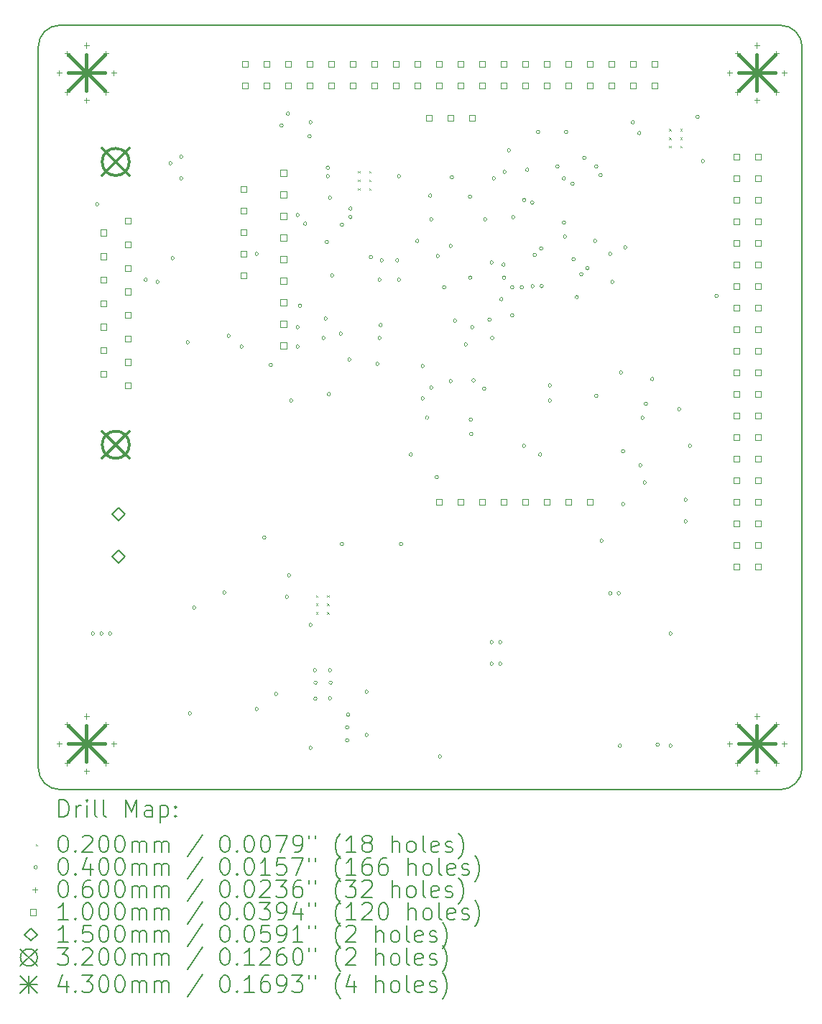
<source format=gbr>
%TF.GenerationSoftware,KiCad,Pcbnew,(6.0.7)*%
%TF.CreationDate,2023-01-27T10:25:37-08:00*%
%TF.ProjectId,FlightComputer,466c6967-6874-4436-9f6d-70757465722e,rev?*%
%TF.SameCoordinates,Original*%
%TF.FileFunction,Drillmap*%
%TF.FilePolarity,Positive*%
%FSLAX45Y45*%
G04 Gerber Fmt 4.5, Leading zero omitted, Abs format (unit mm)*
G04 Created by KiCad (PCBNEW (6.0.7)) date 2023-01-27 10:25:37*
%MOMM*%
%LPD*%
G01*
G04 APERTURE LIST*
%ADD10C,0.200000*%
%ADD11C,0.020000*%
%ADD12C,0.040000*%
%ADD13C,0.060000*%
%ADD14C,0.100000*%
%ADD15C,0.150000*%
%ADD16C,0.320000*%
%ADD17C,0.430000*%
G04 APERTURE END LIST*
D10*
X22733000Y-14816600D02*
X14241000Y-14816600D01*
X22987000Y-6070600D02*
X22987000Y-14562600D01*
X22987000Y-6070600D02*
G75*
G03*
X22733000Y-5816600I-254000J0D01*
G01*
X13987000Y-14562600D02*
X13987000Y-6070600D01*
X22733000Y-14816600D02*
G75*
G03*
X22987000Y-14562600I0J254000D01*
G01*
X13987000Y-14562600D02*
G75*
G03*
X14241000Y-14816600I254000J0D01*
G01*
X14241000Y-5816600D02*
X22733000Y-5816600D01*
X14241000Y-5816600D02*
G75*
G03*
X13987000Y-6070600I0J-254000D01*
G01*
D11*
X17260500Y-12526500D02*
X17280500Y-12546500D01*
X17280500Y-12526500D02*
X17260500Y-12546500D01*
X17260500Y-12626500D02*
X17280500Y-12646500D01*
X17280500Y-12626500D02*
X17260500Y-12646500D01*
X17260500Y-12726500D02*
X17280500Y-12746500D01*
X17280500Y-12726500D02*
X17260500Y-12746500D01*
X17390500Y-12526500D02*
X17410500Y-12546500D01*
X17410500Y-12526500D02*
X17390500Y-12546500D01*
X17390500Y-12626500D02*
X17410500Y-12646500D01*
X17410500Y-12626500D02*
X17390500Y-12646500D01*
X17390500Y-12726500D02*
X17410500Y-12746500D01*
X17410500Y-12726500D02*
X17390500Y-12746500D01*
X17755800Y-7535400D02*
X17775800Y-7555400D01*
X17775800Y-7535400D02*
X17755800Y-7555400D01*
X17755800Y-7635400D02*
X17775800Y-7655400D01*
X17775800Y-7635400D02*
X17755800Y-7655400D01*
X17755800Y-7735400D02*
X17775800Y-7755400D01*
X17775800Y-7735400D02*
X17755800Y-7755400D01*
X17885800Y-7535400D02*
X17905800Y-7555400D01*
X17905800Y-7535400D02*
X17885800Y-7555400D01*
X17885800Y-7635400D02*
X17905800Y-7655400D01*
X17905800Y-7635400D02*
X17885800Y-7655400D01*
X17885800Y-7735400D02*
X17905800Y-7755400D01*
X17905800Y-7735400D02*
X17885800Y-7755400D01*
X21419900Y-7038900D02*
X21439900Y-7058900D01*
X21439900Y-7038900D02*
X21419900Y-7058900D01*
X21419900Y-7138900D02*
X21439900Y-7158900D01*
X21439900Y-7138900D02*
X21419900Y-7158900D01*
X21419900Y-7238900D02*
X21439900Y-7258900D01*
X21439900Y-7238900D02*
X21419900Y-7258900D01*
X21549900Y-7038900D02*
X21569900Y-7058900D01*
X21569900Y-7038900D02*
X21549900Y-7058900D01*
X21549900Y-7138900D02*
X21569900Y-7158900D01*
X21569900Y-7138900D02*
X21549900Y-7158900D01*
X21549900Y-7238900D02*
X21569900Y-7258900D01*
X21569900Y-7238900D02*
X21549900Y-7258900D01*
D12*
X14650400Y-12979400D02*
G75*
G03*
X14650400Y-12979400I-20000J0D01*
G01*
X14701200Y-7924800D02*
G75*
G03*
X14701200Y-7924800I-20000J0D01*
G01*
X14752000Y-12979400D02*
G75*
G03*
X14752000Y-12979400I-20000J0D01*
G01*
X14853600Y-12979400D02*
G75*
G03*
X14853600Y-12979400I-20000J0D01*
G01*
X15272700Y-8813800D02*
G75*
G03*
X15272700Y-8813800I-20000J0D01*
G01*
X15412400Y-8839200D02*
G75*
G03*
X15412400Y-8839200I-20000J0D01*
G01*
X15564800Y-7442200D02*
G75*
G03*
X15564800Y-7442200I-20000J0D01*
G01*
X15590200Y-8559800D02*
G75*
G03*
X15590200Y-8559800I-20000J0D01*
G01*
X15691800Y-7366000D02*
G75*
G03*
X15691800Y-7366000I-20000J0D01*
G01*
X15691800Y-7620000D02*
G75*
G03*
X15691800Y-7620000I-20000J0D01*
G01*
X15768000Y-9550400D02*
G75*
G03*
X15768000Y-9550400I-20000J0D01*
G01*
X15793400Y-13919200D02*
G75*
G03*
X15793400Y-13919200I-20000J0D01*
G01*
X15844200Y-12674600D02*
G75*
G03*
X15844200Y-12674600I-20000J0D01*
G01*
X16199800Y-12496800D02*
G75*
G03*
X16199800Y-12496800I-20000J0D01*
G01*
X16250600Y-9474200D02*
G75*
G03*
X16250600Y-9474200I-20000J0D01*
G01*
X16403000Y-9601200D02*
G75*
G03*
X16403000Y-9601200I-20000J0D01*
G01*
X16580800Y-8509000D02*
G75*
G03*
X16580800Y-8509000I-20000J0D01*
G01*
X16580800Y-13868400D02*
G75*
G03*
X16580800Y-13868400I-20000J0D01*
G01*
X16669700Y-11849100D02*
G75*
G03*
X16669700Y-11849100I-20000J0D01*
G01*
X16745900Y-9817100D02*
G75*
G03*
X16745900Y-9817100I-20000J0D01*
G01*
X16809400Y-13690600D02*
G75*
G03*
X16809400Y-13690600I-20000J0D01*
G01*
X16872900Y-6997700D02*
G75*
G03*
X16872900Y-6997700I-20000J0D01*
G01*
X16936400Y-12547600D02*
G75*
G03*
X16936400Y-12547600I-20000J0D01*
G01*
X16949100Y-6858000D02*
G75*
G03*
X16949100Y-6858000I-20000J0D01*
G01*
X16961800Y-12293600D02*
G75*
G03*
X16961800Y-12293600I-20000J0D01*
G01*
X16987200Y-10236200D02*
G75*
G03*
X16987200Y-10236200I-20000J0D01*
G01*
X17063400Y-8051800D02*
G75*
G03*
X17063400Y-8051800I-20000J0D01*
G01*
X17063400Y-9372600D02*
G75*
G03*
X17063400Y-9372600I-20000J0D01*
G01*
X17063400Y-9601200D02*
G75*
G03*
X17063400Y-9601200I-20000J0D01*
G01*
X17090850Y-9118600D02*
G75*
G03*
X17090850Y-9118600I-20000J0D01*
G01*
X17152300Y-8153400D02*
G75*
G03*
X17152300Y-8153400I-20000J0D01*
G01*
X17204350Y-7124700D02*
G75*
G03*
X17204350Y-7124700I-20000J0D01*
G01*
X17215800Y-6959600D02*
G75*
G03*
X17215800Y-6959600I-20000J0D01*
G01*
X17215800Y-12877800D02*
G75*
G03*
X17215800Y-12877800I-20000J0D01*
G01*
X17215800Y-14325600D02*
G75*
G03*
X17215800Y-14325600I-20000J0D01*
G01*
X17266600Y-13411200D02*
G75*
G03*
X17266600Y-13411200I-20000J0D01*
G01*
X17272350Y-13747150D02*
G75*
G03*
X17272350Y-13747150I-20000J0D01*
G01*
X17273700Y-13556500D02*
G75*
G03*
X17273700Y-13556500I-20000J0D01*
G01*
X17368200Y-9499600D02*
G75*
G03*
X17368200Y-9499600I-20000J0D01*
G01*
X17393600Y-9271000D02*
G75*
G03*
X17393600Y-9271000I-20000J0D01*
G01*
X17406300Y-8369300D02*
G75*
G03*
X17406300Y-8369300I-20000J0D01*
G01*
X17419000Y-7494650D02*
G75*
G03*
X17419000Y-7494650I-20000J0D01*
G01*
X17419000Y-7594600D02*
G75*
G03*
X17419000Y-7594600I-20000J0D01*
G01*
X17431700Y-10160000D02*
G75*
G03*
X17431700Y-10160000I-20000J0D01*
G01*
X17444400Y-7848600D02*
G75*
G03*
X17444400Y-7848600I-20000J0D01*
G01*
X17444400Y-13411200D02*
G75*
G03*
X17444400Y-13411200I-20000J0D01*
G01*
X17444400Y-13741400D02*
G75*
G03*
X17444400Y-13741400I-20000J0D01*
G01*
X17451500Y-13556500D02*
G75*
G03*
X17451500Y-13556500I-20000J0D01*
G01*
X17469800Y-8763000D02*
G75*
G03*
X17469800Y-8763000I-20000J0D01*
G01*
X17571400Y-9448800D02*
G75*
G03*
X17571400Y-9448800I-20000J0D01*
G01*
X17584100Y-8166100D02*
G75*
G03*
X17584100Y-8166100I-20000J0D01*
G01*
X17584100Y-11925300D02*
G75*
G03*
X17584100Y-11925300I-20000J0D01*
G01*
X17647600Y-14085550D02*
G75*
G03*
X17647600Y-14085550I-20000J0D01*
G01*
X17647600Y-14235450D02*
G75*
G03*
X17647600Y-14235450I-20000J0D01*
G01*
X17657495Y-13934705D02*
G75*
G03*
X17657495Y-13934705I-20000J0D01*
G01*
X17673000Y-9753600D02*
G75*
G03*
X17673000Y-9753600I-20000J0D01*
G01*
X17685700Y-7975600D02*
G75*
G03*
X17685700Y-7975600I-20000J0D01*
G01*
X17685700Y-8075550D02*
G75*
G03*
X17685700Y-8075550I-20000J0D01*
G01*
X17876200Y-13665200D02*
G75*
G03*
X17876200Y-13665200I-20000J0D01*
G01*
X17876200Y-14173200D02*
G75*
G03*
X17876200Y-14173200I-20000J0D01*
G01*
X17927000Y-8547100D02*
G75*
G03*
X17927000Y-8547100I-20000J0D01*
G01*
X18003200Y-9804400D02*
G75*
G03*
X18003200Y-9804400I-20000J0D01*
G01*
X18028600Y-8813800D02*
G75*
G03*
X18028600Y-8813800I-20000J0D01*
G01*
X18028600Y-9499600D02*
G75*
G03*
X18028600Y-9499600I-20000J0D01*
G01*
X18041300Y-9347200D02*
G75*
G03*
X18041300Y-9347200I-20000J0D01*
G01*
X18054000Y-8585200D02*
G75*
G03*
X18054000Y-8585200I-20000J0D01*
G01*
X18236500Y-8585200D02*
G75*
G03*
X18236500Y-8585200I-20000J0D01*
G01*
X18257200Y-7594600D02*
G75*
G03*
X18257200Y-7594600I-20000J0D01*
G01*
X18257200Y-8813800D02*
G75*
G03*
X18257200Y-8813800I-20000J0D01*
G01*
X18282600Y-11925300D02*
G75*
G03*
X18282600Y-11925300I-20000J0D01*
G01*
X18396900Y-10871200D02*
G75*
G03*
X18396900Y-10871200I-20000J0D01*
G01*
X18473100Y-8356550D02*
G75*
G03*
X18473100Y-8356550I-20000J0D01*
G01*
X18536600Y-9829800D02*
G75*
G03*
X18536600Y-9829800I-20000J0D01*
G01*
X18536600Y-10210800D02*
G75*
G03*
X18536600Y-10210800I-20000J0D01*
G01*
X18587400Y-10438150D02*
G75*
G03*
X18587400Y-10438150I-20000J0D01*
G01*
X18625500Y-7823200D02*
G75*
G03*
X18625500Y-7823200I-20000J0D01*
G01*
X18638200Y-8102600D02*
G75*
G03*
X18638200Y-8102600I-20000J0D01*
G01*
X18638200Y-10083800D02*
G75*
G03*
X18638200Y-10083800I-20000J0D01*
G01*
X18701700Y-11137900D02*
G75*
G03*
X18701700Y-11137900I-20000J0D01*
G01*
X18714400Y-8534400D02*
G75*
G03*
X18714400Y-8534400I-20000J0D01*
G01*
X18739800Y-14427200D02*
G75*
G03*
X18739800Y-14427200I-20000J0D01*
G01*
X18790600Y-8902700D02*
G75*
G03*
X18790600Y-8902700I-20000J0D01*
G01*
X18866800Y-8414850D02*
G75*
G03*
X18866800Y-8414850I-20000J0D01*
G01*
X18866800Y-10007600D02*
G75*
G03*
X18866800Y-10007600I-20000J0D01*
G01*
X18879500Y-7607300D02*
G75*
G03*
X18879500Y-7607300I-20000J0D01*
G01*
X18917600Y-9296400D02*
G75*
G03*
X18917600Y-9296400I-20000J0D01*
G01*
X19044600Y-9575800D02*
G75*
G03*
X19044600Y-9575800I-20000J0D01*
G01*
X19095400Y-7835900D02*
G75*
G03*
X19095400Y-7835900I-20000J0D01*
G01*
X19096650Y-8788400D02*
G75*
G03*
X19096650Y-8788400I-20000J0D01*
G01*
X19103948Y-10460648D02*
G75*
G03*
X19103948Y-10460648I-20000J0D01*
G01*
X19108100Y-10629900D02*
G75*
G03*
X19108100Y-10629900I-20000J0D01*
G01*
X19120800Y-9372600D02*
G75*
G03*
X19120800Y-9372600I-20000J0D01*
G01*
X19136312Y-9998068D02*
G75*
G03*
X19136312Y-9998068I-20000J0D01*
G01*
X19260500Y-10096500D02*
G75*
G03*
X19260500Y-10096500I-20000J0D01*
G01*
X19273200Y-8102600D02*
G75*
G03*
X19273200Y-8102600I-20000J0D01*
G01*
X19324000Y-9283700D02*
G75*
G03*
X19324000Y-9283700I-20000J0D01*
G01*
X19349400Y-8610600D02*
G75*
G03*
X19349400Y-8610600I-20000J0D01*
G01*
X19349400Y-13081000D02*
G75*
G03*
X19349400Y-13081000I-20000J0D01*
G01*
X19349400Y-13335000D02*
G75*
G03*
X19349400Y-13335000I-20000J0D01*
G01*
X19356832Y-9498350D02*
G75*
G03*
X19356832Y-9498350I-20000J0D01*
G01*
X19374800Y-7620000D02*
G75*
G03*
X19374800Y-7620000I-20000J0D01*
G01*
X19451000Y-13081000D02*
G75*
G03*
X19451000Y-13081000I-20000J0D01*
G01*
X19451000Y-13335000D02*
G75*
G03*
X19451000Y-13335000I-20000J0D01*
G01*
X19463700Y-9042400D02*
G75*
G03*
X19463700Y-9042400I-20000J0D01*
G01*
X19489100Y-8636000D02*
G75*
G03*
X19489100Y-8636000I-20000J0D01*
G01*
X19496293Y-8788599D02*
G75*
G03*
X19496293Y-8788599I-20000J0D01*
G01*
X19501800Y-7543800D02*
G75*
G03*
X19501800Y-7543800I-20000J0D01*
G01*
X19552600Y-7289800D02*
G75*
G03*
X19552600Y-7289800I-20000J0D01*
G01*
X19590700Y-8902700D02*
G75*
G03*
X19590700Y-8902700I-20000J0D01*
G01*
X19590700Y-9232900D02*
G75*
G03*
X19590700Y-9232900I-20000J0D01*
G01*
X19603400Y-8077200D02*
G75*
G03*
X19603400Y-8077200I-20000J0D01*
G01*
X19705000Y-8902700D02*
G75*
G03*
X19705000Y-8902700I-20000J0D01*
G01*
X19730400Y-10769600D02*
G75*
G03*
X19730400Y-10769600I-20000J0D01*
G01*
X19732598Y-7876198D02*
G75*
G03*
X19732598Y-7876198I-20000J0D01*
G01*
X19768500Y-7518400D02*
G75*
G03*
X19768500Y-7518400I-20000J0D01*
G01*
X19828078Y-7905755D02*
G75*
G03*
X19828078Y-7905755I-20000J0D01*
G01*
X19832000Y-8890000D02*
G75*
G03*
X19832000Y-8890000I-20000J0D01*
G01*
X19857400Y-8520450D02*
G75*
G03*
X19857400Y-8520450I-20000J0D01*
G01*
X19895500Y-7073900D02*
G75*
G03*
X19895500Y-7073900I-20000J0D01*
G01*
X19920900Y-10871200D02*
G75*
G03*
X19920900Y-10871200I-20000J0D01*
G01*
X19933600Y-8445500D02*
G75*
G03*
X19933600Y-8445500I-20000J0D01*
G01*
X19938850Y-8888463D02*
G75*
G03*
X19938850Y-8888463I-20000J0D01*
G01*
X20035200Y-10058400D02*
G75*
G03*
X20035200Y-10058400I-20000J0D01*
G01*
X20035200Y-10236200D02*
G75*
G03*
X20035200Y-10236200I-20000J0D01*
G01*
X20124100Y-7480300D02*
G75*
G03*
X20124100Y-7480300I-20000J0D01*
G01*
X20200300Y-7620000D02*
G75*
G03*
X20200300Y-7620000I-20000J0D01*
G01*
X20200300Y-8140700D02*
G75*
G03*
X20200300Y-8140700I-20000J0D01*
G01*
X20213000Y-8305800D02*
G75*
G03*
X20213000Y-8305800I-20000J0D01*
G01*
X20225700Y-7073900D02*
G75*
G03*
X20225700Y-7073900I-20000J0D01*
G01*
X20301900Y-7683500D02*
G75*
G03*
X20301900Y-7683500I-20000J0D01*
G01*
X20314600Y-8571179D02*
G75*
G03*
X20314600Y-8571179I-20000J0D01*
G01*
X20352700Y-9017350D02*
G75*
G03*
X20352700Y-9017350I-20000J0D01*
G01*
X20406132Y-8747669D02*
G75*
G03*
X20406132Y-8747669I-20000J0D01*
G01*
X20441600Y-7378700D02*
G75*
G03*
X20441600Y-7378700I-20000J0D01*
G01*
X20477069Y-8676732D02*
G75*
G03*
X20477069Y-8676732I-20000J0D01*
G01*
X20568600Y-8356600D02*
G75*
G03*
X20568600Y-8356600I-20000J0D01*
G01*
X20581300Y-7480300D02*
G75*
G03*
X20581300Y-7480300I-20000J0D01*
G01*
X20582550Y-10180969D02*
G75*
G03*
X20582550Y-10180969I-20000J0D01*
G01*
X20632100Y-7581900D02*
G75*
G03*
X20632100Y-7581900I-20000J0D01*
G01*
X20644800Y-11887200D02*
G75*
G03*
X20644800Y-11887200I-20000J0D01*
G01*
X20746400Y-8509000D02*
G75*
G03*
X20746400Y-8509000I-20000J0D01*
G01*
X20747040Y-12504510D02*
G75*
G03*
X20747040Y-12504510I-20000J0D01*
G01*
X20771800Y-8839200D02*
G75*
G03*
X20771800Y-8839200I-20000J0D01*
G01*
X20847360Y-12504510D02*
G75*
G03*
X20847360Y-12504510I-20000J0D01*
G01*
X20860700Y-14300200D02*
G75*
G03*
X20860700Y-14300200I-20000J0D01*
G01*
X20873400Y-9906000D02*
G75*
G03*
X20873400Y-9906000I-20000J0D01*
G01*
X20898800Y-10833100D02*
G75*
G03*
X20898800Y-10833100I-20000J0D01*
G01*
X20898800Y-11455400D02*
G75*
G03*
X20898800Y-11455400I-20000J0D01*
G01*
X20924200Y-8432800D02*
G75*
G03*
X20924200Y-8432800I-20000J0D01*
G01*
X21013100Y-6959600D02*
G75*
G03*
X21013100Y-6959600I-20000J0D01*
G01*
X21089300Y-7086600D02*
G75*
G03*
X21089300Y-7086600I-20000J0D01*
G01*
X21102000Y-10998200D02*
G75*
G03*
X21102000Y-10998200I-20000J0D01*
G01*
X21127400Y-10439400D02*
G75*
G03*
X21127400Y-10439400I-20000J0D01*
G01*
X21152800Y-11201400D02*
G75*
G03*
X21152800Y-11201400I-20000J0D01*
G01*
X21165500Y-10274300D02*
G75*
G03*
X21165500Y-10274300I-20000J0D01*
G01*
X21241700Y-9982200D02*
G75*
G03*
X21241700Y-9982200I-20000J0D01*
G01*
X21305200Y-14285550D02*
G75*
G03*
X21305200Y-14285550I-20000J0D01*
G01*
X21457600Y-12979400D02*
G75*
G03*
X21457600Y-12979400I-20000J0D01*
G01*
X21457600Y-14300200D02*
G75*
G03*
X21457600Y-14300200I-20000J0D01*
G01*
X21559200Y-10337800D02*
G75*
G03*
X21559200Y-10337800I-20000J0D01*
G01*
X21635400Y-11404600D02*
G75*
G03*
X21635400Y-11404600I-20000J0D01*
G01*
X21635400Y-11658600D02*
G75*
G03*
X21635400Y-11658600I-20000J0D01*
G01*
X21686200Y-10769600D02*
G75*
G03*
X21686200Y-10769600I-20000J0D01*
G01*
X21775100Y-6896100D02*
G75*
G03*
X21775100Y-6896100I-20000J0D01*
G01*
X21838600Y-7416800D02*
G75*
G03*
X21838600Y-7416800I-20000J0D01*
G01*
X21999950Y-9004300D02*
G75*
G03*
X21999950Y-9004300I-20000J0D01*
G01*
D13*
X14231700Y-6345400D02*
X14231700Y-6405400D01*
X14201700Y-6375400D02*
X14261700Y-6375400D01*
X14231700Y-14244800D02*
X14231700Y-14304800D01*
X14201700Y-14274800D02*
X14261700Y-14274800D01*
X14326158Y-6117358D02*
X14326158Y-6177358D01*
X14296158Y-6147358D02*
X14356158Y-6147358D01*
X14326158Y-6573442D02*
X14326158Y-6633442D01*
X14296158Y-6603442D02*
X14356158Y-6603442D01*
X14326158Y-14016758D02*
X14326158Y-14076758D01*
X14296158Y-14046758D02*
X14356158Y-14046758D01*
X14326158Y-14472842D02*
X14326158Y-14532842D01*
X14296158Y-14502842D02*
X14356158Y-14502842D01*
X14554200Y-6022900D02*
X14554200Y-6082900D01*
X14524200Y-6052900D02*
X14584200Y-6052900D01*
X14554200Y-6667900D02*
X14554200Y-6727900D01*
X14524200Y-6697900D02*
X14584200Y-6697900D01*
X14554200Y-13922300D02*
X14554200Y-13982300D01*
X14524200Y-13952300D02*
X14584200Y-13952300D01*
X14554200Y-14567300D02*
X14554200Y-14627300D01*
X14524200Y-14597300D02*
X14584200Y-14597300D01*
X14782242Y-6117358D02*
X14782242Y-6177358D01*
X14752242Y-6147358D02*
X14812242Y-6147358D01*
X14782242Y-6573442D02*
X14782242Y-6633442D01*
X14752242Y-6603442D02*
X14812242Y-6603442D01*
X14782242Y-14016758D02*
X14782242Y-14076758D01*
X14752242Y-14046758D02*
X14812242Y-14046758D01*
X14782242Y-14472842D02*
X14782242Y-14532842D01*
X14752242Y-14502842D02*
X14812242Y-14502842D01*
X14876700Y-6345400D02*
X14876700Y-6405400D01*
X14846700Y-6375400D02*
X14906700Y-6375400D01*
X14876700Y-14244800D02*
X14876700Y-14304800D01*
X14846700Y-14274800D02*
X14906700Y-14274800D01*
X22131100Y-6345400D02*
X22131100Y-6405400D01*
X22101100Y-6375400D02*
X22161100Y-6375400D01*
X22131100Y-14244800D02*
X22131100Y-14304800D01*
X22101100Y-14274800D02*
X22161100Y-14274800D01*
X22225558Y-6117358D02*
X22225558Y-6177358D01*
X22195558Y-6147358D02*
X22255558Y-6147358D01*
X22225558Y-6573442D02*
X22225558Y-6633442D01*
X22195558Y-6603442D02*
X22255558Y-6603442D01*
X22225558Y-14016758D02*
X22225558Y-14076758D01*
X22195558Y-14046758D02*
X22255558Y-14046758D01*
X22225558Y-14472842D02*
X22225558Y-14532842D01*
X22195558Y-14502842D02*
X22255558Y-14502842D01*
X22453600Y-6022900D02*
X22453600Y-6082900D01*
X22423600Y-6052900D02*
X22483600Y-6052900D01*
X22453600Y-6667900D02*
X22453600Y-6727900D01*
X22423600Y-6697900D02*
X22483600Y-6697900D01*
X22453600Y-13922300D02*
X22453600Y-13982300D01*
X22423600Y-13952300D02*
X22483600Y-13952300D01*
X22453600Y-14567300D02*
X22453600Y-14627300D01*
X22423600Y-14597300D02*
X22483600Y-14597300D01*
X22681642Y-6117358D02*
X22681642Y-6177358D01*
X22651642Y-6147358D02*
X22711642Y-6147358D01*
X22681642Y-6573442D02*
X22681642Y-6633442D01*
X22651642Y-6603442D02*
X22711642Y-6603442D01*
X22681642Y-14016758D02*
X22681642Y-14076758D01*
X22651642Y-14046758D02*
X22711642Y-14046758D01*
X22681642Y-14472842D02*
X22681642Y-14532842D01*
X22651642Y-14502842D02*
X22711642Y-14502842D01*
X22776100Y-6345400D02*
X22776100Y-6405400D01*
X22746100Y-6375400D02*
X22806100Y-6375400D01*
X22776100Y-14244800D02*
X22776100Y-14304800D01*
X22746100Y-14274800D02*
X22806100Y-14274800D01*
D14*
X14792889Y-8295556D02*
X14792889Y-8224844D01*
X14722177Y-8224844D01*
X14722177Y-8295556D01*
X14792889Y-8295556D01*
X14792889Y-8572556D02*
X14792889Y-8501844D01*
X14722177Y-8501844D01*
X14722177Y-8572556D01*
X14792889Y-8572556D01*
X14792889Y-8849556D02*
X14792889Y-8778844D01*
X14722177Y-8778844D01*
X14722177Y-8849556D01*
X14792889Y-8849556D01*
X14792889Y-9126556D02*
X14792889Y-9055844D01*
X14722177Y-9055844D01*
X14722177Y-9126556D01*
X14792889Y-9126556D01*
X14792889Y-9403556D02*
X14792889Y-9332844D01*
X14722177Y-9332844D01*
X14722177Y-9403556D01*
X14792889Y-9403556D01*
X14792889Y-9680556D02*
X14792889Y-9609844D01*
X14722177Y-9609844D01*
X14722177Y-9680556D01*
X14792889Y-9680556D01*
X14792889Y-9957556D02*
X14792889Y-9886844D01*
X14722177Y-9886844D01*
X14722177Y-9957556D01*
X14792889Y-9957556D01*
X15076889Y-8157056D02*
X15076889Y-8086344D01*
X15006177Y-8086344D01*
X15006177Y-8157056D01*
X15076889Y-8157056D01*
X15076889Y-8434056D02*
X15076889Y-8363344D01*
X15006177Y-8363344D01*
X15006177Y-8434056D01*
X15076889Y-8434056D01*
X15076889Y-8711056D02*
X15076889Y-8640344D01*
X15006177Y-8640344D01*
X15006177Y-8711056D01*
X15076889Y-8711056D01*
X15076889Y-8988056D02*
X15076889Y-8917344D01*
X15006177Y-8917344D01*
X15006177Y-8988056D01*
X15076889Y-8988056D01*
X15076889Y-9265056D02*
X15076889Y-9194344D01*
X15006177Y-9194344D01*
X15006177Y-9265056D01*
X15076889Y-9265056D01*
X15076889Y-9542056D02*
X15076889Y-9471344D01*
X15006177Y-9471344D01*
X15006177Y-9542056D01*
X15076889Y-9542056D01*
X15076889Y-9819056D02*
X15076889Y-9748344D01*
X15006177Y-9748344D01*
X15006177Y-9819056D01*
X15076889Y-9819056D01*
X15076889Y-10096056D02*
X15076889Y-10025344D01*
X15006177Y-10025344D01*
X15006177Y-10096056D01*
X15076889Y-10096056D01*
X16443756Y-7782856D02*
X16443756Y-7712144D01*
X16373044Y-7712144D01*
X16373044Y-7782856D01*
X16443756Y-7782856D01*
X16443756Y-8036856D02*
X16443756Y-7966144D01*
X16373044Y-7966144D01*
X16373044Y-8036856D01*
X16443756Y-8036856D01*
X16443756Y-8290856D02*
X16443756Y-8220144D01*
X16373044Y-8220144D01*
X16373044Y-8290856D01*
X16443756Y-8290856D01*
X16443756Y-8544856D02*
X16443756Y-8474144D01*
X16373044Y-8474144D01*
X16373044Y-8544856D01*
X16443756Y-8544856D01*
X16443756Y-8798856D02*
X16443756Y-8728144D01*
X16373044Y-8728144D01*
X16373044Y-8798856D01*
X16443756Y-8798856D01*
X16456456Y-6309156D02*
X16456456Y-6238444D01*
X16385744Y-6238444D01*
X16385744Y-6309156D01*
X16456456Y-6309156D01*
X16456456Y-6563156D02*
X16456456Y-6492444D01*
X16385744Y-6492444D01*
X16385744Y-6563156D01*
X16456456Y-6563156D01*
X16710456Y-6309156D02*
X16710456Y-6238444D01*
X16639744Y-6238444D01*
X16639744Y-6309156D01*
X16710456Y-6309156D01*
X16710456Y-6563156D02*
X16710456Y-6492444D01*
X16639744Y-6492444D01*
X16639744Y-6563156D01*
X16710456Y-6563156D01*
X16911156Y-7590856D02*
X16911156Y-7520144D01*
X16840444Y-7520144D01*
X16840444Y-7590856D01*
X16911156Y-7590856D01*
X16911156Y-7844856D02*
X16911156Y-7774144D01*
X16840444Y-7774144D01*
X16840444Y-7844856D01*
X16911156Y-7844856D01*
X16911156Y-8098856D02*
X16911156Y-8028144D01*
X16840444Y-8028144D01*
X16840444Y-8098856D01*
X16911156Y-8098856D01*
X16911156Y-8352856D02*
X16911156Y-8282144D01*
X16840444Y-8282144D01*
X16840444Y-8352856D01*
X16911156Y-8352856D01*
X16911156Y-8606856D02*
X16911156Y-8536144D01*
X16840444Y-8536144D01*
X16840444Y-8606856D01*
X16911156Y-8606856D01*
X16911156Y-8860856D02*
X16911156Y-8790144D01*
X16840444Y-8790144D01*
X16840444Y-8860856D01*
X16911156Y-8860856D01*
X16911156Y-9114856D02*
X16911156Y-9044144D01*
X16840444Y-9044144D01*
X16840444Y-9114856D01*
X16911156Y-9114856D01*
X16911156Y-9368856D02*
X16911156Y-9298144D01*
X16840444Y-9298144D01*
X16840444Y-9368856D01*
X16911156Y-9368856D01*
X16911156Y-9622856D02*
X16911156Y-9552144D01*
X16840444Y-9552144D01*
X16840444Y-9622856D01*
X16911156Y-9622856D01*
X16964456Y-6309156D02*
X16964456Y-6238444D01*
X16893744Y-6238444D01*
X16893744Y-6309156D01*
X16964456Y-6309156D01*
X16964456Y-6563156D02*
X16964456Y-6492444D01*
X16893744Y-6492444D01*
X16893744Y-6563156D01*
X16964456Y-6563156D01*
X17218456Y-6309156D02*
X17218456Y-6238444D01*
X17147744Y-6238444D01*
X17147744Y-6309156D01*
X17218456Y-6309156D01*
X17218456Y-6563156D02*
X17218456Y-6492444D01*
X17147744Y-6492444D01*
X17147744Y-6563156D01*
X17218456Y-6563156D01*
X17472456Y-6309156D02*
X17472456Y-6238444D01*
X17401744Y-6238444D01*
X17401744Y-6309156D01*
X17472456Y-6309156D01*
X17472456Y-6563156D02*
X17472456Y-6492444D01*
X17401744Y-6492444D01*
X17401744Y-6563156D01*
X17472456Y-6563156D01*
X17726456Y-6309156D02*
X17726456Y-6238444D01*
X17655744Y-6238444D01*
X17655744Y-6309156D01*
X17726456Y-6309156D01*
X17726456Y-6563156D02*
X17726456Y-6492444D01*
X17655744Y-6492444D01*
X17655744Y-6563156D01*
X17726456Y-6563156D01*
X17980456Y-6309156D02*
X17980456Y-6238444D01*
X17909744Y-6238444D01*
X17909744Y-6309156D01*
X17980456Y-6309156D01*
X17980456Y-6563156D02*
X17980456Y-6492444D01*
X17909744Y-6492444D01*
X17909744Y-6563156D01*
X17980456Y-6563156D01*
X18234456Y-6309156D02*
X18234456Y-6238444D01*
X18163744Y-6238444D01*
X18163744Y-6309156D01*
X18234456Y-6309156D01*
X18234456Y-6563156D02*
X18234456Y-6492444D01*
X18163744Y-6492444D01*
X18163744Y-6563156D01*
X18234456Y-6563156D01*
X18488456Y-6309156D02*
X18488456Y-6238444D01*
X18417744Y-6238444D01*
X18417744Y-6309156D01*
X18488456Y-6309156D01*
X18488456Y-6563156D02*
X18488456Y-6492444D01*
X18417744Y-6492444D01*
X18417744Y-6563156D01*
X18488456Y-6563156D01*
X18628156Y-6944156D02*
X18628156Y-6873444D01*
X18557444Y-6873444D01*
X18557444Y-6944156D01*
X18628156Y-6944156D01*
X18742456Y-6309156D02*
X18742456Y-6238444D01*
X18671744Y-6238444D01*
X18671744Y-6309156D01*
X18742456Y-6309156D01*
X18742456Y-6563156D02*
X18742456Y-6492444D01*
X18671744Y-6492444D01*
X18671744Y-6563156D01*
X18742456Y-6563156D01*
X18742456Y-11465356D02*
X18742456Y-11394644D01*
X18671744Y-11394644D01*
X18671744Y-11465356D01*
X18742456Y-11465356D01*
X18882156Y-6944156D02*
X18882156Y-6873444D01*
X18811444Y-6873444D01*
X18811444Y-6944156D01*
X18882156Y-6944156D01*
X18996456Y-6309156D02*
X18996456Y-6238444D01*
X18925744Y-6238444D01*
X18925744Y-6309156D01*
X18996456Y-6309156D01*
X18996456Y-6563156D02*
X18996456Y-6492444D01*
X18925744Y-6492444D01*
X18925744Y-6563156D01*
X18996456Y-6563156D01*
X18996456Y-11465356D02*
X18996456Y-11394644D01*
X18925744Y-11394644D01*
X18925744Y-11465356D01*
X18996456Y-11465356D01*
X19136156Y-6944156D02*
X19136156Y-6873444D01*
X19065444Y-6873444D01*
X19065444Y-6944156D01*
X19136156Y-6944156D01*
X19250456Y-6309156D02*
X19250456Y-6238444D01*
X19179744Y-6238444D01*
X19179744Y-6309156D01*
X19250456Y-6309156D01*
X19250456Y-6563156D02*
X19250456Y-6492444D01*
X19179744Y-6492444D01*
X19179744Y-6563156D01*
X19250456Y-6563156D01*
X19250456Y-11465356D02*
X19250456Y-11394644D01*
X19179744Y-11394644D01*
X19179744Y-11465356D01*
X19250456Y-11465356D01*
X19504456Y-6309156D02*
X19504456Y-6238444D01*
X19433744Y-6238444D01*
X19433744Y-6309156D01*
X19504456Y-6309156D01*
X19504456Y-6563156D02*
X19504456Y-6492444D01*
X19433744Y-6492444D01*
X19433744Y-6563156D01*
X19504456Y-6563156D01*
X19504456Y-11465356D02*
X19504456Y-11394644D01*
X19433744Y-11394644D01*
X19433744Y-11465356D01*
X19504456Y-11465356D01*
X19758456Y-6309156D02*
X19758456Y-6238444D01*
X19687744Y-6238444D01*
X19687744Y-6309156D01*
X19758456Y-6309156D01*
X19758456Y-6563156D02*
X19758456Y-6492444D01*
X19687744Y-6492444D01*
X19687744Y-6563156D01*
X19758456Y-6563156D01*
X19758456Y-11465356D02*
X19758456Y-11394644D01*
X19687744Y-11394644D01*
X19687744Y-11465356D01*
X19758456Y-11465356D01*
X20012456Y-6309156D02*
X20012456Y-6238444D01*
X19941744Y-6238444D01*
X19941744Y-6309156D01*
X20012456Y-6309156D01*
X20012456Y-6563156D02*
X20012456Y-6492444D01*
X19941744Y-6492444D01*
X19941744Y-6563156D01*
X20012456Y-6563156D01*
X20012456Y-11465356D02*
X20012456Y-11394644D01*
X19941744Y-11394644D01*
X19941744Y-11465356D01*
X20012456Y-11465356D01*
X20266456Y-6309156D02*
X20266456Y-6238444D01*
X20195744Y-6238444D01*
X20195744Y-6309156D01*
X20266456Y-6309156D01*
X20266456Y-6563156D02*
X20266456Y-6492444D01*
X20195744Y-6492444D01*
X20195744Y-6563156D01*
X20266456Y-6563156D01*
X20266456Y-11465356D02*
X20266456Y-11394644D01*
X20195744Y-11394644D01*
X20195744Y-11465356D01*
X20266456Y-11465356D01*
X20520456Y-6309156D02*
X20520456Y-6238444D01*
X20449744Y-6238444D01*
X20449744Y-6309156D01*
X20520456Y-6309156D01*
X20520456Y-6563156D02*
X20520456Y-6492444D01*
X20449744Y-6492444D01*
X20449744Y-6563156D01*
X20520456Y-6563156D01*
X20520456Y-11465356D02*
X20520456Y-11394644D01*
X20449744Y-11394644D01*
X20449744Y-11465356D01*
X20520456Y-11465356D01*
X20774456Y-6309156D02*
X20774456Y-6238444D01*
X20703744Y-6238444D01*
X20703744Y-6309156D01*
X20774456Y-6309156D01*
X20774456Y-6563156D02*
X20774456Y-6492444D01*
X20703744Y-6492444D01*
X20703744Y-6563156D01*
X20774456Y-6563156D01*
X21028456Y-6309156D02*
X21028456Y-6238444D01*
X20957744Y-6238444D01*
X20957744Y-6309156D01*
X21028456Y-6309156D01*
X21028456Y-6563156D02*
X21028456Y-6492444D01*
X20957744Y-6492444D01*
X20957744Y-6563156D01*
X21028456Y-6563156D01*
X21282456Y-6309156D02*
X21282456Y-6238444D01*
X21211744Y-6238444D01*
X21211744Y-6309156D01*
X21282456Y-6309156D01*
X21282456Y-6563156D02*
X21282456Y-6492444D01*
X21211744Y-6492444D01*
X21211744Y-6563156D01*
X21282456Y-6563156D01*
X22247656Y-7401356D02*
X22247656Y-7330644D01*
X22176944Y-7330644D01*
X22176944Y-7401356D01*
X22247656Y-7401356D01*
X22247656Y-7655356D02*
X22247656Y-7584644D01*
X22176944Y-7584644D01*
X22176944Y-7655356D01*
X22247656Y-7655356D01*
X22247656Y-7909356D02*
X22247656Y-7838644D01*
X22176944Y-7838644D01*
X22176944Y-7909356D01*
X22247656Y-7909356D01*
X22247656Y-8163356D02*
X22247656Y-8092644D01*
X22176944Y-8092644D01*
X22176944Y-8163356D01*
X22247656Y-8163356D01*
X22247656Y-8417356D02*
X22247656Y-8346644D01*
X22176944Y-8346644D01*
X22176944Y-8417356D01*
X22247656Y-8417356D01*
X22247656Y-8671356D02*
X22247656Y-8600644D01*
X22176944Y-8600644D01*
X22176944Y-8671356D01*
X22247656Y-8671356D01*
X22247656Y-8925356D02*
X22247656Y-8854644D01*
X22176944Y-8854644D01*
X22176944Y-8925356D01*
X22247656Y-8925356D01*
X22247656Y-9179356D02*
X22247656Y-9108644D01*
X22176944Y-9108644D01*
X22176944Y-9179356D01*
X22247656Y-9179356D01*
X22247656Y-9433356D02*
X22247656Y-9362644D01*
X22176944Y-9362644D01*
X22176944Y-9433356D01*
X22247656Y-9433356D01*
X22247656Y-9687356D02*
X22247656Y-9616644D01*
X22176944Y-9616644D01*
X22176944Y-9687356D01*
X22247656Y-9687356D01*
X22247656Y-9941356D02*
X22247656Y-9870644D01*
X22176944Y-9870644D01*
X22176944Y-9941356D01*
X22247656Y-9941356D01*
X22247656Y-10195356D02*
X22247656Y-10124644D01*
X22176944Y-10124644D01*
X22176944Y-10195356D01*
X22247656Y-10195356D01*
X22247656Y-10449356D02*
X22247656Y-10378644D01*
X22176944Y-10378644D01*
X22176944Y-10449356D01*
X22247656Y-10449356D01*
X22247656Y-10703356D02*
X22247656Y-10632644D01*
X22176944Y-10632644D01*
X22176944Y-10703356D01*
X22247656Y-10703356D01*
X22247656Y-10957356D02*
X22247656Y-10886644D01*
X22176944Y-10886644D01*
X22176944Y-10957356D01*
X22247656Y-10957356D01*
X22247656Y-11211356D02*
X22247656Y-11140644D01*
X22176944Y-11140644D01*
X22176944Y-11211356D01*
X22247656Y-11211356D01*
X22247656Y-11465356D02*
X22247656Y-11394644D01*
X22176944Y-11394644D01*
X22176944Y-11465356D01*
X22247656Y-11465356D01*
X22247656Y-11719356D02*
X22247656Y-11648644D01*
X22176944Y-11648644D01*
X22176944Y-11719356D01*
X22247656Y-11719356D01*
X22247656Y-11973356D02*
X22247656Y-11902644D01*
X22176944Y-11902644D01*
X22176944Y-11973356D01*
X22247656Y-11973356D01*
X22247656Y-12227356D02*
X22247656Y-12156644D01*
X22176944Y-12156644D01*
X22176944Y-12227356D01*
X22247656Y-12227356D01*
X22501656Y-7401356D02*
X22501656Y-7330644D01*
X22430944Y-7330644D01*
X22430944Y-7401356D01*
X22501656Y-7401356D01*
X22501656Y-7655356D02*
X22501656Y-7584644D01*
X22430944Y-7584644D01*
X22430944Y-7655356D01*
X22501656Y-7655356D01*
X22501656Y-7909356D02*
X22501656Y-7838644D01*
X22430944Y-7838644D01*
X22430944Y-7909356D01*
X22501656Y-7909356D01*
X22501656Y-8163356D02*
X22501656Y-8092644D01*
X22430944Y-8092644D01*
X22430944Y-8163356D01*
X22501656Y-8163356D01*
X22501656Y-8417356D02*
X22501656Y-8346644D01*
X22430944Y-8346644D01*
X22430944Y-8417356D01*
X22501656Y-8417356D01*
X22501656Y-8671356D02*
X22501656Y-8600644D01*
X22430944Y-8600644D01*
X22430944Y-8671356D01*
X22501656Y-8671356D01*
X22501656Y-8925356D02*
X22501656Y-8854644D01*
X22430944Y-8854644D01*
X22430944Y-8925356D01*
X22501656Y-8925356D01*
X22501656Y-9179356D02*
X22501656Y-9108644D01*
X22430944Y-9108644D01*
X22430944Y-9179356D01*
X22501656Y-9179356D01*
X22501656Y-9433356D02*
X22501656Y-9362644D01*
X22430944Y-9362644D01*
X22430944Y-9433356D01*
X22501656Y-9433356D01*
X22501656Y-9687356D02*
X22501656Y-9616644D01*
X22430944Y-9616644D01*
X22430944Y-9687356D01*
X22501656Y-9687356D01*
X22501656Y-9941356D02*
X22501656Y-9870644D01*
X22430944Y-9870644D01*
X22430944Y-9941356D01*
X22501656Y-9941356D01*
X22501656Y-10195356D02*
X22501656Y-10124644D01*
X22430944Y-10124644D01*
X22430944Y-10195356D01*
X22501656Y-10195356D01*
X22501656Y-10449356D02*
X22501656Y-10378644D01*
X22430944Y-10378644D01*
X22430944Y-10449356D01*
X22501656Y-10449356D01*
X22501656Y-10703356D02*
X22501656Y-10632644D01*
X22430944Y-10632644D01*
X22430944Y-10703356D01*
X22501656Y-10703356D01*
X22501656Y-10957356D02*
X22501656Y-10886644D01*
X22430944Y-10886644D01*
X22430944Y-10957356D01*
X22501656Y-10957356D01*
X22501656Y-11211356D02*
X22501656Y-11140644D01*
X22430944Y-11140644D01*
X22430944Y-11211356D01*
X22501656Y-11211356D01*
X22501656Y-11465356D02*
X22501656Y-11394644D01*
X22430944Y-11394644D01*
X22430944Y-11465356D01*
X22501656Y-11465356D01*
X22501656Y-11719356D02*
X22501656Y-11648644D01*
X22430944Y-11648644D01*
X22430944Y-11719356D01*
X22501656Y-11719356D01*
X22501656Y-11973356D02*
X22501656Y-11902644D01*
X22430944Y-11902644D01*
X22430944Y-11973356D01*
X22501656Y-11973356D01*
X22501656Y-12227356D02*
X22501656Y-12156644D01*
X22430944Y-12156644D01*
X22430944Y-12227356D01*
X22501656Y-12227356D01*
D15*
X14933250Y-11650250D02*
X15008250Y-11575250D01*
X14933250Y-11500250D01*
X14858250Y-11575250D01*
X14933250Y-11650250D01*
X14933250Y-12150250D02*
X15008250Y-12075250D01*
X14933250Y-12000250D01*
X14858250Y-12075250D01*
X14933250Y-12150250D01*
D16*
X14739533Y-7266200D02*
X15059533Y-7586200D01*
X15059533Y-7266200D02*
X14739533Y-7586200D01*
X15059533Y-7426200D02*
G75*
G03*
X15059533Y-7426200I-160000J0D01*
G01*
X14739533Y-10596200D02*
X15059533Y-10916200D01*
X15059533Y-10596200D02*
X14739533Y-10916200D01*
X15059533Y-10756200D02*
G75*
G03*
X15059533Y-10756200I-160000J0D01*
G01*
D17*
X14339200Y-6160400D02*
X14769200Y-6590400D01*
X14769200Y-6160400D02*
X14339200Y-6590400D01*
X14554200Y-6160400D02*
X14554200Y-6590400D01*
X14339200Y-6375400D02*
X14769200Y-6375400D01*
X14339200Y-14059800D02*
X14769200Y-14489800D01*
X14769200Y-14059800D02*
X14339200Y-14489800D01*
X14554200Y-14059800D02*
X14554200Y-14489800D01*
X14339200Y-14274800D02*
X14769200Y-14274800D01*
X22238600Y-6160400D02*
X22668600Y-6590400D01*
X22668600Y-6160400D02*
X22238600Y-6590400D01*
X22453600Y-6160400D02*
X22453600Y-6590400D01*
X22238600Y-6375400D02*
X22668600Y-6375400D01*
X22238600Y-14059800D02*
X22668600Y-14489800D01*
X22668600Y-14059800D02*
X22238600Y-14489800D01*
X22453600Y-14059800D02*
X22453600Y-14489800D01*
X22238600Y-14274800D02*
X22668600Y-14274800D01*
D10*
X14234619Y-15137076D02*
X14234619Y-14937076D01*
X14282238Y-14937076D01*
X14310809Y-14946600D01*
X14329857Y-14965648D01*
X14339381Y-14984695D01*
X14348905Y-15022790D01*
X14348905Y-15051362D01*
X14339381Y-15089457D01*
X14329857Y-15108505D01*
X14310809Y-15127552D01*
X14282238Y-15137076D01*
X14234619Y-15137076D01*
X14434619Y-15137076D02*
X14434619Y-15003743D01*
X14434619Y-15041838D02*
X14444143Y-15022790D01*
X14453667Y-15013267D01*
X14472714Y-15003743D01*
X14491762Y-15003743D01*
X14558428Y-15137076D02*
X14558428Y-15003743D01*
X14558428Y-14937076D02*
X14548905Y-14946600D01*
X14558428Y-14956124D01*
X14567952Y-14946600D01*
X14558428Y-14937076D01*
X14558428Y-14956124D01*
X14682238Y-15137076D02*
X14663190Y-15127552D01*
X14653667Y-15108505D01*
X14653667Y-14937076D01*
X14787000Y-15137076D02*
X14767952Y-15127552D01*
X14758428Y-15108505D01*
X14758428Y-14937076D01*
X15015571Y-15137076D02*
X15015571Y-14937076D01*
X15082238Y-15079933D01*
X15148905Y-14937076D01*
X15148905Y-15137076D01*
X15329857Y-15137076D02*
X15329857Y-15032314D01*
X15320333Y-15013267D01*
X15301286Y-15003743D01*
X15263190Y-15003743D01*
X15244143Y-15013267D01*
X15329857Y-15127552D02*
X15310809Y-15137076D01*
X15263190Y-15137076D01*
X15244143Y-15127552D01*
X15234619Y-15108505D01*
X15234619Y-15089457D01*
X15244143Y-15070409D01*
X15263190Y-15060886D01*
X15310809Y-15060886D01*
X15329857Y-15051362D01*
X15425095Y-15003743D02*
X15425095Y-15203743D01*
X15425095Y-15013267D02*
X15444143Y-15003743D01*
X15482238Y-15003743D01*
X15501286Y-15013267D01*
X15510809Y-15022790D01*
X15520333Y-15041838D01*
X15520333Y-15098981D01*
X15510809Y-15118028D01*
X15501286Y-15127552D01*
X15482238Y-15137076D01*
X15444143Y-15137076D01*
X15425095Y-15127552D01*
X15606048Y-15118028D02*
X15615571Y-15127552D01*
X15606048Y-15137076D01*
X15596524Y-15127552D01*
X15606048Y-15118028D01*
X15606048Y-15137076D01*
X15606048Y-15013267D02*
X15615571Y-15022790D01*
X15606048Y-15032314D01*
X15596524Y-15022790D01*
X15606048Y-15013267D01*
X15606048Y-15032314D01*
D11*
X13957000Y-15456600D02*
X13977000Y-15476600D01*
X13977000Y-15456600D02*
X13957000Y-15476600D01*
D10*
X14272714Y-15357076D02*
X14291762Y-15357076D01*
X14310809Y-15366600D01*
X14320333Y-15376124D01*
X14329857Y-15395171D01*
X14339381Y-15433267D01*
X14339381Y-15480886D01*
X14329857Y-15518981D01*
X14320333Y-15538028D01*
X14310809Y-15547552D01*
X14291762Y-15557076D01*
X14272714Y-15557076D01*
X14253667Y-15547552D01*
X14244143Y-15538028D01*
X14234619Y-15518981D01*
X14225095Y-15480886D01*
X14225095Y-15433267D01*
X14234619Y-15395171D01*
X14244143Y-15376124D01*
X14253667Y-15366600D01*
X14272714Y-15357076D01*
X14425095Y-15538028D02*
X14434619Y-15547552D01*
X14425095Y-15557076D01*
X14415571Y-15547552D01*
X14425095Y-15538028D01*
X14425095Y-15557076D01*
X14510809Y-15376124D02*
X14520333Y-15366600D01*
X14539381Y-15357076D01*
X14587000Y-15357076D01*
X14606048Y-15366600D01*
X14615571Y-15376124D01*
X14625095Y-15395171D01*
X14625095Y-15414219D01*
X14615571Y-15442790D01*
X14501286Y-15557076D01*
X14625095Y-15557076D01*
X14748905Y-15357076D02*
X14767952Y-15357076D01*
X14787000Y-15366600D01*
X14796524Y-15376124D01*
X14806048Y-15395171D01*
X14815571Y-15433267D01*
X14815571Y-15480886D01*
X14806048Y-15518981D01*
X14796524Y-15538028D01*
X14787000Y-15547552D01*
X14767952Y-15557076D01*
X14748905Y-15557076D01*
X14729857Y-15547552D01*
X14720333Y-15538028D01*
X14710809Y-15518981D01*
X14701286Y-15480886D01*
X14701286Y-15433267D01*
X14710809Y-15395171D01*
X14720333Y-15376124D01*
X14729857Y-15366600D01*
X14748905Y-15357076D01*
X14939381Y-15357076D02*
X14958428Y-15357076D01*
X14977476Y-15366600D01*
X14987000Y-15376124D01*
X14996524Y-15395171D01*
X15006048Y-15433267D01*
X15006048Y-15480886D01*
X14996524Y-15518981D01*
X14987000Y-15538028D01*
X14977476Y-15547552D01*
X14958428Y-15557076D01*
X14939381Y-15557076D01*
X14920333Y-15547552D01*
X14910809Y-15538028D01*
X14901286Y-15518981D01*
X14891762Y-15480886D01*
X14891762Y-15433267D01*
X14901286Y-15395171D01*
X14910809Y-15376124D01*
X14920333Y-15366600D01*
X14939381Y-15357076D01*
X15091762Y-15557076D02*
X15091762Y-15423743D01*
X15091762Y-15442790D02*
X15101286Y-15433267D01*
X15120333Y-15423743D01*
X15148905Y-15423743D01*
X15167952Y-15433267D01*
X15177476Y-15452314D01*
X15177476Y-15557076D01*
X15177476Y-15452314D02*
X15187000Y-15433267D01*
X15206048Y-15423743D01*
X15234619Y-15423743D01*
X15253667Y-15433267D01*
X15263190Y-15452314D01*
X15263190Y-15557076D01*
X15358428Y-15557076D02*
X15358428Y-15423743D01*
X15358428Y-15442790D02*
X15367952Y-15433267D01*
X15387000Y-15423743D01*
X15415571Y-15423743D01*
X15434619Y-15433267D01*
X15444143Y-15452314D01*
X15444143Y-15557076D01*
X15444143Y-15452314D02*
X15453667Y-15433267D01*
X15472714Y-15423743D01*
X15501286Y-15423743D01*
X15520333Y-15433267D01*
X15529857Y-15452314D01*
X15529857Y-15557076D01*
X15920333Y-15347552D02*
X15748905Y-15604695D01*
X16177476Y-15357076D02*
X16196524Y-15357076D01*
X16215571Y-15366600D01*
X16225095Y-15376124D01*
X16234619Y-15395171D01*
X16244143Y-15433267D01*
X16244143Y-15480886D01*
X16234619Y-15518981D01*
X16225095Y-15538028D01*
X16215571Y-15547552D01*
X16196524Y-15557076D01*
X16177476Y-15557076D01*
X16158428Y-15547552D01*
X16148905Y-15538028D01*
X16139381Y-15518981D01*
X16129857Y-15480886D01*
X16129857Y-15433267D01*
X16139381Y-15395171D01*
X16148905Y-15376124D01*
X16158428Y-15366600D01*
X16177476Y-15357076D01*
X16329857Y-15538028D02*
X16339381Y-15547552D01*
X16329857Y-15557076D01*
X16320333Y-15547552D01*
X16329857Y-15538028D01*
X16329857Y-15557076D01*
X16463190Y-15357076D02*
X16482238Y-15357076D01*
X16501286Y-15366600D01*
X16510809Y-15376124D01*
X16520333Y-15395171D01*
X16529857Y-15433267D01*
X16529857Y-15480886D01*
X16520333Y-15518981D01*
X16510809Y-15538028D01*
X16501286Y-15547552D01*
X16482238Y-15557076D01*
X16463190Y-15557076D01*
X16444143Y-15547552D01*
X16434619Y-15538028D01*
X16425095Y-15518981D01*
X16415571Y-15480886D01*
X16415571Y-15433267D01*
X16425095Y-15395171D01*
X16434619Y-15376124D01*
X16444143Y-15366600D01*
X16463190Y-15357076D01*
X16653667Y-15357076D02*
X16672714Y-15357076D01*
X16691762Y-15366600D01*
X16701286Y-15376124D01*
X16710809Y-15395171D01*
X16720333Y-15433267D01*
X16720333Y-15480886D01*
X16710809Y-15518981D01*
X16701286Y-15538028D01*
X16691762Y-15547552D01*
X16672714Y-15557076D01*
X16653667Y-15557076D01*
X16634619Y-15547552D01*
X16625095Y-15538028D01*
X16615571Y-15518981D01*
X16606048Y-15480886D01*
X16606048Y-15433267D01*
X16615571Y-15395171D01*
X16625095Y-15376124D01*
X16634619Y-15366600D01*
X16653667Y-15357076D01*
X16787000Y-15357076D02*
X16920333Y-15357076D01*
X16834619Y-15557076D01*
X17006048Y-15557076D02*
X17044143Y-15557076D01*
X17063190Y-15547552D01*
X17072714Y-15538028D01*
X17091762Y-15509457D01*
X17101286Y-15471362D01*
X17101286Y-15395171D01*
X17091762Y-15376124D01*
X17082238Y-15366600D01*
X17063190Y-15357076D01*
X17025095Y-15357076D01*
X17006048Y-15366600D01*
X16996524Y-15376124D01*
X16987000Y-15395171D01*
X16987000Y-15442790D01*
X16996524Y-15461838D01*
X17006048Y-15471362D01*
X17025095Y-15480886D01*
X17063190Y-15480886D01*
X17082238Y-15471362D01*
X17091762Y-15461838D01*
X17101286Y-15442790D01*
X17177476Y-15357076D02*
X17177476Y-15395171D01*
X17253667Y-15357076D02*
X17253667Y-15395171D01*
X17548905Y-15633267D02*
X17539381Y-15623743D01*
X17520333Y-15595171D01*
X17510810Y-15576124D01*
X17501286Y-15547552D01*
X17491762Y-15499933D01*
X17491762Y-15461838D01*
X17501286Y-15414219D01*
X17510810Y-15385648D01*
X17520333Y-15366600D01*
X17539381Y-15338028D01*
X17548905Y-15328505D01*
X17729857Y-15557076D02*
X17615571Y-15557076D01*
X17672714Y-15557076D02*
X17672714Y-15357076D01*
X17653667Y-15385648D01*
X17634619Y-15404695D01*
X17615571Y-15414219D01*
X17844143Y-15442790D02*
X17825095Y-15433267D01*
X17815571Y-15423743D01*
X17806048Y-15404695D01*
X17806048Y-15395171D01*
X17815571Y-15376124D01*
X17825095Y-15366600D01*
X17844143Y-15357076D01*
X17882238Y-15357076D01*
X17901286Y-15366600D01*
X17910810Y-15376124D01*
X17920333Y-15395171D01*
X17920333Y-15404695D01*
X17910810Y-15423743D01*
X17901286Y-15433267D01*
X17882238Y-15442790D01*
X17844143Y-15442790D01*
X17825095Y-15452314D01*
X17815571Y-15461838D01*
X17806048Y-15480886D01*
X17806048Y-15518981D01*
X17815571Y-15538028D01*
X17825095Y-15547552D01*
X17844143Y-15557076D01*
X17882238Y-15557076D01*
X17901286Y-15547552D01*
X17910810Y-15538028D01*
X17920333Y-15518981D01*
X17920333Y-15480886D01*
X17910810Y-15461838D01*
X17901286Y-15452314D01*
X17882238Y-15442790D01*
X18158429Y-15557076D02*
X18158429Y-15357076D01*
X18244143Y-15557076D02*
X18244143Y-15452314D01*
X18234619Y-15433267D01*
X18215571Y-15423743D01*
X18187000Y-15423743D01*
X18167952Y-15433267D01*
X18158429Y-15442790D01*
X18367952Y-15557076D02*
X18348905Y-15547552D01*
X18339381Y-15538028D01*
X18329857Y-15518981D01*
X18329857Y-15461838D01*
X18339381Y-15442790D01*
X18348905Y-15433267D01*
X18367952Y-15423743D01*
X18396524Y-15423743D01*
X18415571Y-15433267D01*
X18425095Y-15442790D01*
X18434619Y-15461838D01*
X18434619Y-15518981D01*
X18425095Y-15538028D01*
X18415571Y-15547552D01*
X18396524Y-15557076D01*
X18367952Y-15557076D01*
X18548905Y-15557076D02*
X18529857Y-15547552D01*
X18520333Y-15528505D01*
X18520333Y-15357076D01*
X18701286Y-15547552D02*
X18682238Y-15557076D01*
X18644143Y-15557076D01*
X18625095Y-15547552D01*
X18615571Y-15528505D01*
X18615571Y-15452314D01*
X18625095Y-15433267D01*
X18644143Y-15423743D01*
X18682238Y-15423743D01*
X18701286Y-15433267D01*
X18710810Y-15452314D01*
X18710810Y-15471362D01*
X18615571Y-15490409D01*
X18787000Y-15547552D02*
X18806048Y-15557076D01*
X18844143Y-15557076D01*
X18863190Y-15547552D01*
X18872714Y-15528505D01*
X18872714Y-15518981D01*
X18863190Y-15499933D01*
X18844143Y-15490409D01*
X18815571Y-15490409D01*
X18796524Y-15480886D01*
X18787000Y-15461838D01*
X18787000Y-15452314D01*
X18796524Y-15433267D01*
X18815571Y-15423743D01*
X18844143Y-15423743D01*
X18863190Y-15433267D01*
X18939381Y-15633267D02*
X18948905Y-15623743D01*
X18967952Y-15595171D01*
X18977476Y-15576124D01*
X18987000Y-15547552D01*
X18996524Y-15499933D01*
X18996524Y-15461838D01*
X18987000Y-15414219D01*
X18977476Y-15385648D01*
X18967952Y-15366600D01*
X18948905Y-15338028D01*
X18939381Y-15328505D01*
D12*
X13977000Y-15730600D02*
G75*
G03*
X13977000Y-15730600I-20000J0D01*
G01*
D10*
X14272714Y-15621076D02*
X14291762Y-15621076D01*
X14310809Y-15630600D01*
X14320333Y-15640124D01*
X14329857Y-15659171D01*
X14339381Y-15697267D01*
X14339381Y-15744886D01*
X14329857Y-15782981D01*
X14320333Y-15802028D01*
X14310809Y-15811552D01*
X14291762Y-15821076D01*
X14272714Y-15821076D01*
X14253667Y-15811552D01*
X14244143Y-15802028D01*
X14234619Y-15782981D01*
X14225095Y-15744886D01*
X14225095Y-15697267D01*
X14234619Y-15659171D01*
X14244143Y-15640124D01*
X14253667Y-15630600D01*
X14272714Y-15621076D01*
X14425095Y-15802028D02*
X14434619Y-15811552D01*
X14425095Y-15821076D01*
X14415571Y-15811552D01*
X14425095Y-15802028D01*
X14425095Y-15821076D01*
X14606048Y-15687743D02*
X14606048Y-15821076D01*
X14558428Y-15611552D02*
X14510809Y-15754409D01*
X14634619Y-15754409D01*
X14748905Y-15621076D02*
X14767952Y-15621076D01*
X14787000Y-15630600D01*
X14796524Y-15640124D01*
X14806048Y-15659171D01*
X14815571Y-15697267D01*
X14815571Y-15744886D01*
X14806048Y-15782981D01*
X14796524Y-15802028D01*
X14787000Y-15811552D01*
X14767952Y-15821076D01*
X14748905Y-15821076D01*
X14729857Y-15811552D01*
X14720333Y-15802028D01*
X14710809Y-15782981D01*
X14701286Y-15744886D01*
X14701286Y-15697267D01*
X14710809Y-15659171D01*
X14720333Y-15640124D01*
X14729857Y-15630600D01*
X14748905Y-15621076D01*
X14939381Y-15621076D02*
X14958428Y-15621076D01*
X14977476Y-15630600D01*
X14987000Y-15640124D01*
X14996524Y-15659171D01*
X15006048Y-15697267D01*
X15006048Y-15744886D01*
X14996524Y-15782981D01*
X14987000Y-15802028D01*
X14977476Y-15811552D01*
X14958428Y-15821076D01*
X14939381Y-15821076D01*
X14920333Y-15811552D01*
X14910809Y-15802028D01*
X14901286Y-15782981D01*
X14891762Y-15744886D01*
X14891762Y-15697267D01*
X14901286Y-15659171D01*
X14910809Y-15640124D01*
X14920333Y-15630600D01*
X14939381Y-15621076D01*
X15091762Y-15821076D02*
X15091762Y-15687743D01*
X15091762Y-15706790D02*
X15101286Y-15697267D01*
X15120333Y-15687743D01*
X15148905Y-15687743D01*
X15167952Y-15697267D01*
X15177476Y-15716314D01*
X15177476Y-15821076D01*
X15177476Y-15716314D02*
X15187000Y-15697267D01*
X15206048Y-15687743D01*
X15234619Y-15687743D01*
X15253667Y-15697267D01*
X15263190Y-15716314D01*
X15263190Y-15821076D01*
X15358428Y-15821076D02*
X15358428Y-15687743D01*
X15358428Y-15706790D02*
X15367952Y-15697267D01*
X15387000Y-15687743D01*
X15415571Y-15687743D01*
X15434619Y-15697267D01*
X15444143Y-15716314D01*
X15444143Y-15821076D01*
X15444143Y-15716314D02*
X15453667Y-15697267D01*
X15472714Y-15687743D01*
X15501286Y-15687743D01*
X15520333Y-15697267D01*
X15529857Y-15716314D01*
X15529857Y-15821076D01*
X15920333Y-15611552D02*
X15748905Y-15868695D01*
X16177476Y-15621076D02*
X16196524Y-15621076D01*
X16215571Y-15630600D01*
X16225095Y-15640124D01*
X16234619Y-15659171D01*
X16244143Y-15697267D01*
X16244143Y-15744886D01*
X16234619Y-15782981D01*
X16225095Y-15802028D01*
X16215571Y-15811552D01*
X16196524Y-15821076D01*
X16177476Y-15821076D01*
X16158428Y-15811552D01*
X16148905Y-15802028D01*
X16139381Y-15782981D01*
X16129857Y-15744886D01*
X16129857Y-15697267D01*
X16139381Y-15659171D01*
X16148905Y-15640124D01*
X16158428Y-15630600D01*
X16177476Y-15621076D01*
X16329857Y-15802028D02*
X16339381Y-15811552D01*
X16329857Y-15821076D01*
X16320333Y-15811552D01*
X16329857Y-15802028D01*
X16329857Y-15821076D01*
X16463190Y-15621076D02*
X16482238Y-15621076D01*
X16501286Y-15630600D01*
X16510809Y-15640124D01*
X16520333Y-15659171D01*
X16529857Y-15697267D01*
X16529857Y-15744886D01*
X16520333Y-15782981D01*
X16510809Y-15802028D01*
X16501286Y-15811552D01*
X16482238Y-15821076D01*
X16463190Y-15821076D01*
X16444143Y-15811552D01*
X16434619Y-15802028D01*
X16425095Y-15782981D01*
X16415571Y-15744886D01*
X16415571Y-15697267D01*
X16425095Y-15659171D01*
X16434619Y-15640124D01*
X16444143Y-15630600D01*
X16463190Y-15621076D01*
X16720333Y-15821076D02*
X16606048Y-15821076D01*
X16663190Y-15821076D02*
X16663190Y-15621076D01*
X16644143Y-15649648D01*
X16625095Y-15668695D01*
X16606048Y-15678219D01*
X16901286Y-15621076D02*
X16806048Y-15621076D01*
X16796524Y-15716314D01*
X16806048Y-15706790D01*
X16825095Y-15697267D01*
X16872714Y-15697267D01*
X16891762Y-15706790D01*
X16901286Y-15716314D01*
X16910810Y-15735362D01*
X16910810Y-15782981D01*
X16901286Y-15802028D01*
X16891762Y-15811552D01*
X16872714Y-15821076D01*
X16825095Y-15821076D01*
X16806048Y-15811552D01*
X16796524Y-15802028D01*
X16977476Y-15621076D02*
X17110810Y-15621076D01*
X17025095Y-15821076D01*
X17177476Y-15621076D02*
X17177476Y-15659171D01*
X17253667Y-15621076D02*
X17253667Y-15659171D01*
X17548905Y-15897267D02*
X17539381Y-15887743D01*
X17520333Y-15859171D01*
X17510810Y-15840124D01*
X17501286Y-15811552D01*
X17491762Y-15763933D01*
X17491762Y-15725838D01*
X17501286Y-15678219D01*
X17510810Y-15649648D01*
X17520333Y-15630600D01*
X17539381Y-15602028D01*
X17548905Y-15592505D01*
X17729857Y-15821076D02*
X17615571Y-15821076D01*
X17672714Y-15821076D02*
X17672714Y-15621076D01*
X17653667Y-15649648D01*
X17634619Y-15668695D01*
X17615571Y-15678219D01*
X17901286Y-15621076D02*
X17863190Y-15621076D01*
X17844143Y-15630600D01*
X17834619Y-15640124D01*
X17815571Y-15668695D01*
X17806048Y-15706790D01*
X17806048Y-15782981D01*
X17815571Y-15802028D01*
X17825095Y-15811552D01*
X17844143Y-15821076D01*
X17882238Y-15821076D01*
X17901286Y-15811552D01*
X17910810Y-15802028D01*
X17920333Y-15782981D01*
X17920333Y-15735362D01*
X17910810Y-15716314D01*
X17901286Y-15706790D01*
X17882238Y-15697267D01*
X17844143Y-15697267D01*
X17825095Y-15706790D01*
X17815571Y-15716314D01*
X17806048Y-15735362D01*
X18091762Y-15621076D02*
X18053667Y-15621076D01*
X18034619Y-15630600D01*
X18025095Y-15640124D01*
X18006048Y-15668695D01*
X17996524Y-15706790D01*
X17996524Y-15782981D01*
X18006048Y-15802028D01*
X18015571Y-15811552D01*
X18034619Y-15821076D01*
X18072714Y-15821076D01*
X18091762Y-15811552D01*
X18101286Y-15802028D01*
X18110810Y-15782981D01*
X18110810Y-15735362D01*
X18101286Y-15716314D01*
X18091762Y-15706790D01*
X18072714Y-15697267D01*
X18034619Y-15697267D01*
X18015571Y-15706790D01*
X18006048Y-15716314D01*
X17996524Y-15735362D01*
X18348905Y-15821076D02*
X18348905Y-15621076D01*
X18434619Y-15821076D02*
X18434619Y-15716314D01*
X18425095Y-15697267D01*
X18406048Y-15687743D01*
X18377476Y-15687743D01*
X18358429Y-15697267D01*
X18348905Y-15706790D01*
X18558429Y-15821076D02*
X18539381Y-15811552D01*
X18529857Y-15802028D01*
X18520333Y-15782981D01*
X18520333Y-15725838D01*
X18529857Y-15706790D01*
X18539381Y-15697267D01*
X18558429Y-15687743D01*
X18587000Y-15687743D01*
X18606048Y-15697267D01*
X18615571Y-15706790D01*
X18625095Y-15725838D01*
X18625095Y-15782981D01*
X18615571Y-15802028D01*
X18606048Y-15811552D01*
X18587000Y-15821076D01*
X18558429Y-15821076D01*
X18739381Y-15821076D02*
X18720333Y-15811552D01*
X18710810Y-15792505D01*
X18710810Y-15621076D01*
X18891762Y-15811552D02*
X18872714Y-15821076D01*
X18834619Y-15821076D01*
X18815571Y-15811552D01*
X18806048Y-15792505D01*
X18806048Y-15716314D01*
X18815571Y-15697267D01*
X18834619Y-15687743D01*
X18872714Y-15687743D01*
X18891762Y-15697267D01*
X18901286Y-15716314D01*
X18901286Y-15735362D01*
X18806048Y-15754409D01*
X18977476Y-15811552D02*
X18996524Y-15821076D01*
X19034619Y-15821076D01*
X19053667Y-15811552D01*
X19063190Y-15792505D01*
X19063190Y-15782981D01*
X19053667Y-15763933D01*
X19034619Y-15754409D01*
X19006048Y-15754409D01*
X18987000Y-15744886D01*
X18977476Y-15725838D01*
X18977476Y-15716314D01*
X18987000Y-15697267D01*
X19006048Y-15687743D01*
X19034619Y-15687743D01*
X19053667Y-15697267D01*
X19129857Y-15897267D02*
X19139381Y-15887743D01*
X19158429Y-15859171D01*
X19167952Y-15840124D01*
X19177476Y-15811552D01*
X19187000Y-15763933D01*
X19187000Y-15725838D01*
X19177476Y-15678219D01*
X19167952Y-15649648D01*
X19158429Y-15630600D01*
X19139381Y-15602028D01*
X19129857Y-15592505D01*
D13*
X13947000Y-15964600D02*
X13947000Y-16024600D01*
X13917000Y-15994600D02*
X13977000Y-15994600D01*
D10*
X14272714Y-15885076D02*
X14291762Y-15885076D01*
X14310809Y-15894600D01*
X14320333Y-15904124D01*
X14329857Y-15923171D01*
X14339381Y-15961267D01*
X14339381Y-16008886D01*
X14329857Y-16046981D01*
X14320333Y-16066028D01*
X14310809Y-16075552D01*
X14291762Y-16085076D01*
X14272714Y-16085076D01*
X14253667Y-16075552D01*
X14244143Y-16066028D01*
X14234619Y-16046981D01*
X14225095Y-16008886D01*
X14225095Y-15961267D01*
X14234619Y-15923171D01*
X14244143Y-15904124D01*
X14253667Y-15894600D01*
X14272714Y-15885076D01*
X14425095Y-16066028D02*
X14434619Y-16075552D01*
X14425095Y-16085076D01*
X14415571Y-16075552D01*
X14425095Y-16066028D01*
X14425095Y-16085076D01*
X14606048Y-15885076D02*
X14567952Y-15885076D01*
X14548905Y-15894600D01*
X14539381Y-15904124D01*
X14520333Y-15932695D01*
X14510809Y-15970790D01*
X14510809Y-16046981D01*
X14520333Y-16066028D01*
X14529857Y-16075552D01*
X14548905Y-16085076D01*
X14587000Y-16085076D01*
X14606048Y-16075552D01*
X14615571Y-16066028D01*
X14625095Y-16046981D01*
X14625095Y-15999362D01*
X14615571Y-15980314D01*
X14606048Y-15970790D01*
X14587000Y-15961267D01*
X14548905Y-15961267D01*
X14529857Y-15970790D01*
X14520333Y-15980314D01*
X14510809Y-15999362D01*
X14748905Y-15885076D02*
X14767952Y-15885076D01*
X14787000Y-15894600D01*
X14796524Y-15904124D01*
X14806048Y-15923171D01*
X14815571Y-15961267D01*
X14815571Y-16008886D01*
X14806048Y-16046981D01*
X14796524Y-16066028D01*
X14787000Y-16075552D01*
X14767952Y-16085076D01*
X14748905Y-16085076D01*
X14729857Y-16075552D01*
X14720333Y-16066028D01*
X14710809Y-16046981D01*
X14701286Y-16008886D01*
X14701286Y-15961267D01*
X14710809Y-15923171D01*
X14720333Y-15904124D01*
X14729857Y-15894600D01*
X14748905Y-15885076D01*
X14939381Y-15885076D02*
X14958428Y-15885076D01*
X14977476Y-15894600D01*
X14987000Y-15904124D01*
X14996524Y-15923171D01*
X15006048Y-15961267D01*
X15006048Y-16008886D01*
X14996524Y-16046981D01*
X14987000Y-16066028D01*
X14977476Y-16075552D01*
X14958428Y-16085076D01*
X14939381Y-16085076D01*
X14920333Y-16075552D01*
X14910809Y-16066028D01*
X14901286Y-16046981D01*
X14891762Y-16008886D01*
X14891762Y-15961267D01*
X14901286Y-15923171D01*
X14910809Y-15904124D01*
X14920333Y-15894600D01*
X14939381Y-15885076D01*
X15091762Y-16085076D02*
X15091762Y-15951743D01*
X15091762Y-15970790D02*
X15101286Y-15961267D01*
X15120333Y-15951743D01*
X15148905Y-15951743D01*
X15167952Y-15961267D01*
X15177476Y-15980314D01*
X15177476Y-16085076D01*
X15177476Y-15980314D02*
X15187000Y-15961267D01*
X15206048Y-15951743D01*
X15234619Y-15951743D01*
X15253667Y-15961267D01*
X15263190Y-15980314D01*
X15263190Y-16085076D01*
X15358428Y-16085076D02*
X15358428Y-15951743D01*
X15358428Y-15970790D02*
X15367952Y-15961267D01*
X15387000Y-15951743D01*
X15415571Y-15951743D01*
X15434619Y-15961267D01*
X15444143Y-15980314D01*
X15444143Y-16085076D01*
X15444143Y-15980314D02*
X15453667Y-15961267D01*
X15472714Y-15951743D01*
X15501286Y-15951743D01*
X15520333Y-15961267D01*
X15529857Y-15980314D01*
X15529857Y-16085076D01*
X15920333Y-15875552D02*
X15748905Y-16132695D01*
X16177476Y-15885076D02*
X16196524Y-15885076D01*
X16215571Y-15894600D01*
X16225095Y-15904124D01*
X16234619Y-15923171D01*
X16244143Y-15961267D01*
X16244143Y-16008886D01*
X16234619Y-16046981D01*
X16225095Y-16066028D01*
X16215571Y-16075552D01*
X16196524Y-16085076D01*
X16177476Y-16085076D01*
X16158428Y-16075552D01*
X16148905Y-16066028D01*
X16139381Y-16046981D01*
X16129857Y-16008886D01*
X16129857Y-15961267D01*
X16139381Y-15923171D01*
X16148905Y-15904124D01*
X16158428Y-15894600D01*
X16177476Y-15885076D01*
X16329857Y-16066028D02*
X16339381Y-16075552D01*
X16329857Y-16085076D01*
X16320333Y-16075552D01*
X16329857Y-16066028D01*
X16329857Y-16085076D01*
X16463190Y-15885076D02*
X16482238Y-15885076D01*
X16501286Y-15894600D01*
X16510809Y-15904124D01*
X16520333Y-15923171D01*
X16529857Y-15961267D01*
X16529857Y-16008886D01*
X16520333Y-16046981D01*
X16510809Y-16066028D01*
X16501286Y-16075552D01*
X16482238Y-16085076D01*
X16463190Y-16085076D01*
X16444143Y-16075552D01*
X16434619Y-16066028D01*
X16425095Y-16046981D01*
X16415571Y-16008886D01*
X16415571Y-15961267D01*
X16425095Y-15923171D01*
X16434619Y-15904124D01*
X16444143Y-15894600D01*
X16463190Y-15885076D01*
X16606048Y-15904124D02*
X16615571Y-15894600D01*
X16634619Y-15885076D01*
X16682238Y-15885076D01*
X16701286Y-15894600D01*
X16710809Y-15904124D01*
X16720333Y-15923171D01*
X16720333Y-15942219D01*
X16710809Y-15970790D01*
X16596524Y-16085076D01*
X16720333Y-16085076D01*
X16787000Y-15885076D02*
X16910810Y-15885076D01*
X16844143Y-15961267D01*
X16872714Y-15961267D01*
X16891762Y-15970790D01*
X16901286Y-15980314D01*
X16910810Y-15999362D01*
X16910810Y-16046981D01*
X16901286Y-16066028D01*
X16891762Y-16075552D01*
X16872714Y-16085076D01*
X16815571Y-16085076D01*
X16796524Y-16075552D01*
X16787000Y-16066028D01*
X17082238Y-15885076D02*
X17044143Y-15885076D01*
X17025095Y-15894600D01*
X17015571Y-15904124D01*
X16996524Y-15932695D01*
X16987000Y-15970790D01*
X16987000Y-16046981D01*
X16996524Y-16066028D01*
X17006048Y-16075552D01*
X17025095Y-16085076D01*
X17063190Y-16085076D01*
X17082238Y-16075552D01*
X17091762Y-16066028D01*
X17101286Y-16046981D01*
X17101286Y-15999362D01*
X17091762Y-15980314D01*
X17082238Y-15970790D01*
X17063190Y-15961267D01*
X17025095Y-15961267D01*
X17006048Y-15970790D01*
X16996524Y-15980314D01*
X16987000Y-15999362D01*
X17177476Y-15885076D02*
X17177476Y-15923171D01*
X17253667Y-15885076D02*
X17253667Y-15923171D01*
X17548905Y-16161267D02*
X17539381Y-16151743D01*
X17520333Y-16123171D01*
X17510810Y-16104124D01*
X17501286Y-16075552D01*
X17491762Y-16027933D01*
X17491762Y-15989838D01*
X17501286Y-15942219D01*
X17510810Y-15913648D01*
X17520333Y-15894600D01*
X17539381Y-15866028D01*
X17548905Y-15856505D01*
X17606048Y-15885076D02*
X17729857Y-15885076D01*
X17663190Y-15961267D01*
X17691762Y-15961267D01*
X17710810Y-15970790D01*
X17720333Y-15980314D01*
X17729857Y-15999362D01*
X17729857Y-16046981D01*
X17720333Y-16066028D01*
X17710810Y-16075552D01*
X17691762Y-16085076D01*
X17634619Y-16085076D01*
X17615571Y-16075552D01*
X17606048Y-16066028D01*
X17806048Y-15904124D02*
X17815571Y-15894600D01*
X17834619Y-15885076D01*
X17882238Y-15885076D01*
X17901286Y-15894600D01*
X17910810Y-15904124D01*
X17920333Y-15923171D01*
X17920333Y-15942219D01*
X17910810Y-15970790D01*
X17796524Y-16085076D01*
X17920333Y-16085076D01*
X18158429Y-16085076D02*
X18158429Y-15885076D01*
X18244143Y-16085076D02*
X18244143Y-15980314D01*
X18234619Y-15961267D01*
X18215571Y-15951743D01*
X18187000Y-15951743D01*
X18167952Y-15961267D01*
X18158429Y-15970790D01*
X18367952Y-16085076D02*
X18348905Y-16075552D01*
X18339381Y-16066028D01*
X18329857Y-16046981D01*
X18329857Y-15989838D01*
X18339381Y-15970790D01*
X18348905Y-15961267D01*
X18367952Y-15951743D01*
X18396524Y-15951743D01*
X18415571Y-15961267D01*
X18425095Y-15970790D01*
X18434619Y-15989838D01*
X18434619Y-16046981D01*
X18425095Y-16066028D01*
X18415571Y-16075552D01*
X18396524Y-16085076D01*
X18367952Y-16085076D01*
X18548905Y-16085076D02*
X18529857Y-16075552D01*
X18520333Y-16056505D01*
X18520333Y-15885076D01*
X18701286Y-16075552D02*
X18682238Y-16085076D01*
X18644143Y-16085076D01*
X18625095Y-16075552D01*
X18615571Y-16056505D01*
X18615571Y-15980314D01*
X18625095Y-15961267D01*
X18644143Y-15951743D01*
X18682238Y-15951743D01*
X18701286Y-15961267D01*
X18710810Y-15980314D01*
X18710810Y-15999362D01*
X18615571Y-16018409D01*
X18787000Y-16075552D02*
X18806048Y-16085076D01*
X18844143Y-16085076D01*
X18863190Y-16075552D01*
X18872714Y-16056505D01*
X18872714Y-16046981D01*
X18863190Y-16027933D01*
X18844143Y-16018409D01*
X18815571Y-16018409D01*
X18796524Y-16008886D01*
X18787000Y-15989838D01*
X18787000Y-15980314D01*
X18796524Y-15961267D01*
X18815571Y-15951743D01*
X18844143Y-15951743D01*
X18863190Y-15961267D01*
X18939381Y-16161267D02*
X18948905Y-16151743D01*
X18967952Y-16123171D01*
X18977476Y-16104124D01*
X18987000Y-16075552D01*
X18996524Y-16027933D01*
X18996524Y-15989838D01*
X18987000Y-15942219D01*
X18977476Y-15913648D01*
X18967952Y-15894600D01*
X18948905Y-15866028D01*
X18939381Y-15856505D01*
D14*
X13962356Y-16293956D02*
X13962356Y-16223244D01*
X13891644Y-16223244D01*
X13891644Y-16293956D01*
X13962356Y-16293956D01*
D10*
X14339381Y-16349076D02*
X14225095Y-16349076D01*
X14282238Y-16349076D02*
X14282238Y-16149076D01*
X14263190Y-16177648D01*
X14244143Y-16196695D01*
X14225095Y-16206219D01*
X14425095Y-16330028D02*
X14434619Y-16339552D01*
X14425095Y-16349076D01*
X14415571Y-16339552D01*
X14425095Y-16330028D01*
X14425095Y-16349076D01*
X14558428Y-16149076D02*
X14577476Y-16149076D01*
X14596524Y-16158600D01*
X14606048Y-16168124D01*
X14615571Y-16187171D01*
X14625095Y-16225267D01*
X14625095Y-16272886D01*
X14615571Y-16310981D01*
X14606048Y-16330028D01*
X14596524Y-16339552D01*
X14577476Y-16349076D01*
X14558428Y-16349076D01*
X14539381Y-16339552D01*
X14529857Y-16330028D01*
X14520333Y-16310981D01*
X14510809Y-16272886D01*
X14510809Y-16225267D01*
X14520333Y-16187171D01*
X14529857Y-16168124D01*
X14539381Y-16158600D01*
X14558428Y-16149076D01*
X14748905Y-16149076D02*
X14767952Y-16149076D01*
X14787000Y-16158600D01*
X14796524Y-16168124D01*
X14806048Y-16187171D01*
X14815571Y-16225267D01*
X14815571Y-16272886D01*
X14806048Y-16310981D01*
X14796524Y-16330028D01*
X14787000Y-16339552D01*
X14767952Y-16349076D01*
X14748905Y-16349076D01*
X14729857Y-16339552D01*
X14720333Y-16330028D01*
X14710809Y-16310981D01*
X14701286Y-16272886D01*
X14701286Y-16225267D01*
X14710809Y-16187171D01*
X14720333Y-16168124D01*
X14729857Y-16158600D01*
X14748905Y-16149076D01*
X14939381Y-16149076D02*
X14958428Y-16149076D01*
X14977476Y-16158600D01*
X14987000Y-16168124D01*
X14996524Y-16187171D01*
X15006048Y-16225267D01*
X15006048Y-16272886D01*
X14996524Y-16310981D01*
X14987000Y-16330028D01*
X14977476Y-16339552D01*
X14958428Y-16349076D01*
X14939381Y-16349076D01*
X14920333Y-16339552D01*
X14910809Y-16330028D01*
X14901286Y-16310981D01*
X14891762Y-16272886D01*
X14891762Y-16225267D01*
X14901286Y-16187171D01*
X14910809Y-16168124D01*
X14920333Y-16158600D01*
X14939381Y-16149076D01*
X15091762Y-16349076D02*
X15091762Y-16215743D01*
X15091762Y-16234790D02*
X15101286Y-16225267D01*
X15120333Y-16215743D01*
X15148905Y-16215743D01*
X15167952Y-16225267D01*
X15177476Y-16244314D01*
X15177476Y-16349076D01*
X15177476Y-16244314D02*
X15187000Y-16225267D01*
X15206048Y-16215743D01*
X15234619Y-16215743D01*
X15253667Y-16225267D01*
X15263190Y-16244314D01*
X15263190Y-16349076D01*
X15358428Y-16349076D02*
X15358428Y-16215743D01*
X15358428Y-16234790D02*
X15367952Y-16225267D01*
X15387000Y-16215743D01*
X15415571Y-16215743D01*
X15434619Y-16225267D01*
X15444143Y-16244314D01*
X15444143Y-16349076D01*
X15444143Y-16244314D02*
X15453667Y-16225267D01*
X15472714Y-16215743D01*
X15501286Y-16215743D01*
X15520333Y-16225267D01*
X15529857Y-16244314D01*
X15529857Y-16349076D01*
X15920333Y-16139552D02*
X15748905Y-16396695D01*
X16177476Y-16149076D02*
X16196524Y-16149076D01*
X16215571Y-16158600D01*
X16225095Y-16168124D01*
X16234619Y-16187171D01*
X16244143Y-16225267D01*
X16244143Y-16272886D01*
X16234619Y-16310981D01*
X16225095Y-16330028D01*
X16215571Y-16339552D01*
X16196524Y-16349076D01*
X16177476Y-16349076D01*
X16158428Y-16339552D01*
X16148905Y-16330028D01*
X16139381Y-16310981D01*
X16129857Y-16272886D01*
X16129857Y-16225267D01*
X16139381Y-16187171D01*
X16148905Y-16168124D01*
X16158428Y-16158600D01*
X16177476Y-16149076D01*
X16329857Y-16330028D02*
X16339381Y-16339552D01*
X16329857Y-16349076D01*
X16320333Y-16339552D01*
X16329857Y-16330028D01*
X16329857Y-16349076D01*
X16463190Y-16149076D02*
X16482238Y-16149076D01*
X16501286Y-16158600D01*
X16510809Y-16168124D01*
X16520333Y-16187171D01*
X16529857Y-16225267D01*
X16529857Y-16272886D01*
X16520333Y-16310981D01*
X16510809Y-16330028D01*
X16501286Y-16339552D01*
X16482238Y-16349076D01*
X16463190Y-16349076D01*
X16444143Y-16339552D01*
X16434619Y-16330028D01*
X16425095Y-16310981D01*
X16415571Y-16272886D01*
X16415571Y-16225267D01*
X16425095Y-16187171D01*
X16434619Y-16168124D01*
X16444143Y-16158600D01*
X16463190Y-16149076D01*
X16596524Y-16149076D02*
X16720333Y-16149076D01*
X16653667Y-16225267D01*
X16682238Y-16225267D01*
X16701286Y-16234790D01*
X16710809Y-16244314D01*
X16720333Y-16263362D01*
X16720333Y-16310981D01*
X16710809Y-16330028D01*
X16701286Y-16339552D01*
X16682238Y-16349076D01*
X16625095Y-16349076D01*
X16606048Y-16339552D01*
X16596524Y-16330028D01*
X16815571Y-16349076D02*
X16853667Y-16349076D01*
X16872714Y-16339552D01*
X16882238Y-16330028D01*
X16901286Y-16301457D01*
X16910810Y-16263362D01*
X16910810Y-16187171D01*
X16901286Y-16168124D01*
X16891762Y-16158600D01*
X16872714Y-16149076D01*
X16834619Y-16149076D01*
X16815571Y-16158600D01*
X16806048Y-16168124D01*
X16796524Y-16187171D01*
X16796524Y-16234790D01*
X16806048Y-16253838D01*
X16815571Y-16263362D01*
X16834619Y-16272886D01*
X16872714Y-16272886D01*
X16891762Y-16263362D01*
X16901286Y-16253838D01*
X16910810Y-16234790D01*
X17082238Y-16215743D02*
X17082238Y-16349076D01*
X17034619Y-16139552D02*
X16987000Y-16282409D01*
X17110810Y-16282409D01*
X17177476Y-16149076D02*
X17177476Y-16187171D01*
X17253667Y-16149076D02*
X17253667Y-16187171D01*
X17548905Y-16425267D02*
X17539381Y-16415743D01*
X17520333Y-16387171D01*
X17510810Y-16368124D01*
X17501286Y-16339552D01*
X17491762Y-16291933D01*
X17491762Y-16253838D01*
X17501286Y-16206219D01*
X17510810Y-16177648D01*
X17520333Y-16158600D01*
X17539381Y-16130028D01*
X17548905Y-16120505D01*
X17729857Y-16349076D02*
X17615571Y-16349076D01*
X17672714Y-16349076D02*
X17672714Y-16149076D01*
X17653667Y-16177648D01*
X17634619Y-16196695D01*
X17615571Y-16206219D01*
X17806048Y-16168124D02*
X17815571Y-16158600D01*
X17834619Y-16149076D01*
X17882238Y-16149076D01*
X17901286Y-16158600D01*
X17910810Y-16168124D01*
X17920333Y-16187171D01*
X17920333Y-16206219D01*
X17910810Y-16234790D01*
X17796524Y-16349076D01*
X17920333Y-16349076D01*
X18044143Y-16149076D02*
X18063190Y-16149076D01*
X18082238Y-16158600D01*
X18091762Y-16168124D01*
X18101286Y-16187171D01*
X18110810Y-16225267D01*
X18110810Y-16272886D01*
X18101286Y-16310981D01*
X18091762Y-16330028D01*
X18082238Y-16339552D01*
X18063190Y-16349076D01*
X18044143Y-16349076D01*
X18025095Y-16339552D01*
X18015571Y-16330028D01*
X18006048Y-16310981D01*
X17996524Y-16272886D01*
X17996524Y-16225267D01*
X18006048Y-16187171D01*
X18015571Y-16168124D01*
X18025095Y-16158600D01*
X18044143Y-16149076D01*
X18348905Y-16349076D02*
X18348905Y-16149076D01*
X18434619Y-16349076D02*
X18434619Y-16244314D01*
X18425095Y-16225267D01*
X18406048Y-16215743D01*
X18377476Y-16215743D01*
X18358429Y-16225267D01*
X18348905Y-16234790D01*
X18558429Y-16349076D02*
X18539381Y-16339552D01*
X18529857Y-16330028D01*
X18520333Y-16310981D01*
X18520333Y-16253838D01*
X18529857Y-16234790D01*
X18539381Y-16225267D01*
X18558429Y-16215743D01*
X18587000Y-16215743D01*
X18606048Y-16225267D01*
X18615571Y-16234790D01*
X18625095Y-16253838D01*
X18625095Y-16310981D01*
X18615571Y-16330028D01*
X18606048Y-16339552D01*
X18587000Y-16349076D01*
X18558429Y-16349076D01*
X18739381Y-16349076D02*
X18720333Y-16339552D01*
X18710810Y-16320505D01*
X18710810Y-16149076D01*
X18891762Y-16339552D02*
X18872714Y-16349076D01*
X18834619Y-16349076D01*
X18815571Y-16339552D01*
X18806048Y-16320505D01*
X18806048Y-16244314D01*
X18815571Y-16225267D01*
X18834619Y-16215743D01*
X18872714Y-16215743D01*
X18891762Y-16225267D01*
X18901286Y-16244314D01*
X18901286Y-16263362D01*
X18806048Y-16282409D01*
X18977476Y-16339552D02*
X18996524Y-16349076D01*
X19034619Y-16349076D01*
X19053667Y-16339552D01*
X19063190Y-16320505D01*
X19063190Y-16310981D01*
X19053667Y-16291933D01*
X19034619Y-16282409D01*
X19006048Y-16282409D01*
X18987000Y-16272886D01*
X18977476Y-16253838D01*
X18977476Y-16244314D01*
X18987000Y-16225267D01*
X19006048Y-16215743D01*
X19034619Y-16215743D01*
X19053667Y-16225267D01*
X19129857Y-16425267D02*
X19139381Y-16415743D01*
X19158429Y-16387171D01*
X19167952Y-16368124D01*
X19177476Y-16339552D01*
X19187000Y-16291933D01*
X19187000Y-16253838D01*
X19177476Y-16206219D01*
X19167952Y-16177648D01*
X19158429Y-16158600D01*
X19139381Y-16130028D01*
X19129857Y-16120505D01*
D15*
X13902000Y-16597600D02*
X13977000Y-16522600D01*
X13902000Y-16447600D01*
X13827000Y-16522600D01*
X13902000Y-16597600D01*
D10*
X14339381Y-16613076D02*
X14225095Y-16613076D01*
X14282238Y-16613076D02*
X14282238Y-16413076D01*
X14263190Y-16441648D01*
X14244143Y-16460695D01*
X14225095Y-16470219D01*
X14425095Y-16594028D02*
X14434619Y-16603552D01*
X14425095Y-16613076D01*
X14415571Y-16603552D01*
X14425095Y-16594028D01*
X14425095Y-16613076D01*
X14615571Y-16413076D02*
X14520333Y-16413076D01*
X14510809Y-16508314D01*
X14520333Y-16498790D01*
X14539381Y-16489267D01*
X14587000Y-16489267D01*
X14606048Y-16498790D01*
X14615571Y-16508314D01*
X14625095Y-16527362D01*
X14625095Y-16574981D01*
X14615571Y-16594028D01*
X14606048Y-16603552D01*
X14587000Y-16613076D01*
X14539381Y-16613076D01*
X14520333Y-16603552D01*
X14510809Y-16594028D01*
X14748905Y-16413076D02*
X14767952Y-16413076D01*
X14787000Y-16422600D01*
X14796524Y-16432124D01*
X14806048Y-16451171D01*
X14815571Y-16489267D01*
X14815571Y-16536886D01*
X14806048Y-16574981D01*
X14796524Y-16594028D01*
X14787000Y-16603552D01*
X14767952Y-16613076D01*
X14748905Y-16613076D01*
X14729857Y-16603552D01*
X14720333Y-16594028D01*
X14710809Y-16574981D01*
X14701286Y-16536886D01*
X14701286Y-16489267D01*
X14710809Y-16451171D01*
X14720333Y-16432124D01*
X14729857Y-16422600D01*
X14748905Y-16413076D01*
X14939381Y-16413076D02*
X14958428Y-16413076D01*
X14977476Y-16422600D01*
X14987000Y-16432124D01*
X14996524Y-16451171D01*
X15006048Y-16489267D01*
X15006048Y-16536886D01*
X14996524Y-16574981D01*
X14987000Y-16594028D01*
X14977476Y-16603552D01*
X14958428Y-16613076D01*
X14939381Y-16613076D01*
X14920333Y-16603552D01*
X14910809Y-16594028D01*
X14901286Y-16574981D01*
X14891762Y-16536886D01*
X14891762Y-16489267D01*
X14901286Y-16451171D01*
X14910809Y-16432124D01*
X14920333Y-16422600D01*
X14939381Y-16413076D01*
X15091762Y-16613076D02*
X15091762Y-16479743D01*
X15091762Y-16498790D02*
X15101286Y-16489267D01*
X15120333Y-16479743D01*
X15148905Y-16479743D01*
X15167952Y-16489267D01*
X15177476Y-16508314D01*
X15177476Y-16613076D01*
X15177476Y-16508314D02*
X15187000Y-16489267D01*
X15206048Y-16479743D01*
X15234619Y-16479743D01*
X15253667Y-16489267D01*
X15263190Y-16508314D01*
X15263190Y-16613076D01*
X15358428Y-16613076D02*
X15358428Y-16479743D01*
X15358428Y-16498790D02*
X15367952Y-16489267D01*
X15387000Y-16479743D01*
X15415571Y-16479743D01*
X15434619Y-16489267D01*
X15444143Y-16508314D01*
X15444143Y-16613076D01*
X15444143Y-16508314D02*
X15453667Y-16489267D01*
X15472714Y-16479743D01*
X15501286Y-16479743D01*
X15520333Y-16489267D01*
X15529857Y-16508314D01*
X15529857Y-16613076D01*
X15920333Y-16403552D02*
X15748905Y-16660695D01*
X16177476Y-16413076D02*
X16196524Y-16413076D01*
X16215571Y-16422600D01*
X16225095Y-16432124D01*
X16234619Y-16451171D01*
X16244143Y-16489267D01*
X16244143Y-16536886D01*
X16234619Y-16574981D01*
X16225095Y-16594028D01*
X16215571Y-16603552D01*
X16196524Y-16613076D01*
X16177476Y-16613076D01*
X16158428Y-16603552D01*
X16148905Y-16594028D01*
X16139381Y-16574981D01*
X16129857Y-16536886D01*
X16129857Y-16489267D01*
X16139381Y-16451171D01*
X16148905Y-16432124D01*
X16158428Y-16422600D01*
X16177476Y-16413076D01*
X16329857Y-16594028D02*
X16339381Y-16603552D01*
X16329857Y-16613076D01*
X16320333Y-16603552D01*
X16329857Y-16594028D01*
X16329857Y-16613076D01*
X16463190Y-16413076D02*
X16482238Y-16413076D01*
X16501286Y-16422600D01*
X16510809Y-16432124D01*
X16520333Y-16451171D01*
X16529857Y-16489267D01*
X16529857Y-16536886D01*
X16520333Y-16574981D01*
X16510809Y-16594028D01*
X16501286Y-16603552D01*
X16482238Y-16613076D01*
X16463190Y-16613076D01*
X16444143Y-16603552D01*
X16434619Y-16594028D01*
X16425095Y-16574981D01*
X16415571Y-16536886D01*
X16415571Y-16489267D01*
X16425095Y-16451171D01*
X16434619Y-16432124D01*
X16444143Y-16422600D01*
X16463190Y-16413076D01*
X16710809Y-16413076D02*
X16615571Y-16413076D01*
X16606048Y-16508314D01*
X16615571Y-16498790D01*
X16634619Y-16489267D01*
X16682238Y-16489267D01*
X16701286Y-16498790D01*
X16710809Y-16508314D01*
X16720333Y-16527362D01*
X16720333Y-16574981D01*
X16710809Y-16594028D01*
X16701286Y-16603552D01*
X16682238Y-16613076D01*
X16634619Y-16613076D01*
X16615571Y-16603552D01*
X16606048Y-16594028D01*
X16815571Y-16613076D02*
X16853667Y-16613076D01*
X16872714Y-16603552D01*
X16882238Y-16594028D01*
X16901286Y-16565457D01*
X16910810Y-16527362D01*
X16910810Y-16451171D01*
X16901286Y-16432124D01*
X16891762Y-16422600D01*
X16872714Y-16413076D01*
X16834619Y-16413076D01*
X16815571Y-16422600D01*
X16806048Y-16432124D01*
X16796524Y-16451171D01*
X16796524Y-16498790D01*
X16806048Y-16517838D01*
X16815571Y-16527362D01*
X16834619Y-16536886D01*
X16872714Y-16536886D01*
X16891762Y-16527362D01*
X16901286Y-16517838D01*
X16910810Y-16498790D01*
X17101286Y-16613076D02*
X16987000Y-16613076D01*
X17044143Y-16613076D02*
X17044143Y-16413076D01*
X17025095Y-16441648D01*
X17006048Y-16460695D01*
X16987000Y-16470219D01*
X17177476Y-16413076D02*
X17177476Y-16451171D01*
X17253667Y-16413076D02*
X17253667Y-16451171D01*
X17548905Y-16689267D02*
X17539381Y-16679743D01*
X17520333Y-16651171D01*
X17510810Y-16632124D01*
X17501286Y-16603552D01*
X17491762Y-16555933D01*
X17491762Y-16517838D01*
X17501286Y-16470219D01*
X17510810Y-16441648D01*
X17520333Y-16422600D01*
X17539381Y-16394028D01*
X17548905Y-16384505D01*
X17615571Y-16432124D02*
X17625095Y-16422600D01*
X17644143Y-16413076D01*
X17691762Y-16413076D01*
X17710810Y-16422600D01*
X17720333Y-16432124D01*
X17729857Y-16451171D01*
X17729857Y-16470219D01*
X17720333Y-16498790D01*
X17606048Y-16613076D01*
X17729857Y-16613076D01*
X17967952Y-16613076D02*
X17967952Y-16413076D01*
X18053667Y-16613076D02*
X18053667Y-16508314D01*
X18044143Y-16489267D01*
X18025095Y-16479743D01*
X17996524Y-16479743D01*
X17977476Y-16489267D01*
X17967952Y-16498790D01*
X18177476Y-16613076D02*
X18158429Y-16603552D01*
X18148905Y-16594028D01*
X18139381Y-16574981D01*
X18139381Y-16517838D01*
X18148905Y-16498790D01*
X18158429Y-16489267D01*
X18177476Y-16479743D01*
X18206048Y-16479743D01*
X18225095Y-16489267D01*
X18234619Y-16498790D01*
X18244143Y-16517838D01*
X18244143Y-16574981D01*
X18234619Y-16594028D01*
X18225095Y-16603552D01*
X18206048Y-16613076D01*
X18177476Y-16613076D01*
X18358429Y-16613076D02*
X18339381Y-16603552D01*
X18329857Y-16584505D01*
X18329857Y-16413076D01*
X18510810Y-16603552D02*
X18491762Y-16613076D01*
X18453667Y-16613076D01*
X18434619Y-16603552D01*
X18425095Y-16584505D01*
X18425095Y-16508314D01*
X18434619Y-16489267D01*
X18453667Y-16479743D01*
X18491762Y-16479743D01*
X18510810Y-16489267D01*
X18520333Y-16508314D01*
X18520333Y-16527362D01*
X18425095Y-16546409D01*
X18596524Y-16603552D02*
X18615571Y-16613076D01*
X18653667Y-16613076D01*
X18672714Y-16603552D01*
X18682238Y-16584505D01*
X18682238Y-16574981D01*
X18672714Y-16555933D01*
X18653667Y-16546409D01*
X18625095Y-16546409D01*
X18606048Y-16536886D01*
X18596524Y-16517838D01*
X18596524Y-16508314D01*
X18606048Y-16489267D01*
X18625095Y-16479743D01*
X18653667Y-16479743D01*
X18672714Y-16489267D01*
X18748905Y-16689267D02*
X18758429Y-16679743D01*
X18777476Y-16651171D01*
X18787000Y-16632124D01*
X18796524Y-16603552D01*
X18806048Y-16555933D01*
X18806048Y-16517838D01*
X18796524Y-16470219D01*
X18787000Y-16441648D01*
X18777476Y-16422600D01*
X18758429Y-16394028D01*
X18748905Y-16384505D01*
X13777000Y-16692600D02*
X13977000Y-16892600D01*
X13977000Y-16692600D02*
X13777000Y-16892600D01*
X13977000Y-16792600D02*
G75*
G03*
X13977000Y-16792600I-100000J0D01*
G01*
X14215571Y-16683076D02*
X14339381Y-16683076D01*
X14272714Y-16759267D01*
X14301286Y-16759267D01*
X14320333Y-16768790D01*
X14329857Y-16778314D01*
X14339381Y-16797362D01*
X14339381Y-16844981D01*
X14329857Y-16864029D01*
X14320333Y-16873552D01*
X14301286Y-16883076D01*
X14244143Y-16883076D01*
X14225095Y-16873552D01*
X14215571Y-16864029D01*
X14425095Y-16864029D02*
X14434619Y-16873552D01*
X14425095Y-16883076D01*
X14415571Y-16873552D01*
X14425095Y-16864029D01*
X14425095Y-16883076D01*
X14510809Y-16702124D02*
X14520333Y-16692600D01*
X14539381Y-16683076D01*
X14587000Y-16683076D01*
X14606048Y-16692600D01*
X14615571Y-16702124D01*
X14625095Y-16721171D01*
X14625095Y-16740219D01*
X14615571Y-16768790D01*
X14501286Y-16883076D01*
X14625095Y-16883076D01*
X14748905Y-16683076D02*
X14767952Y-16683076D01*
X14787000Y-16692600D01*
X14796524Y-16702124D01*
X14806048Y-16721171D01*
X14815571Y-16759267D01*
X14815571Y-16806886D01*
X14806048Y-16844981D01*
X14796524Y-16864029D01*
X14787000Y-16873552D01*
X14767952Y-16883076D01*
X14748905Y-16883076D01*
X14729857Y-16873552D01*
X14720333Y-16864029D01*
X14710809Y-16844981D01*
X14701286Y-16806886D01*
X14701286Y-16759267D01*
X14710809Y-16721171D01*
X14720333Y-16702124D01*
X14729857Y-16692600D01*
X14748905Y-16683076D01*
X14939381Y-16683076D02*
X14958428Y-16683076D01*
X14977476Y-16692600D01*
X14987000Y-16702124D01*
X14996524Y-16721171D01*
X15006048Y-16759267D01*
X15006048Y-16806886D01*
X14996524Y-16844981D01*
X14987000Y-16864029D01*
X14977476Y-16873552D01*
X14958428Y-16883076D01*
X14939381Y-16883076D01*
X14920333Y-16873552D01*
X14910809Y-16864029D01*
X14901286Y-16844981D01*
X14891762Y-16806886D01*
X14891762Y-16759267D01*
X14901286Y-16721171D01*
X14910809Y-16702124D01*
X14920333Y-16692600D01*
X14939381Y-16683076D01*
X15091762Y-16883076D02*
X15091762Y-16749743D01*
X15091762Y-16768790D02*
X15101286Y-16759267D01*
X15120333Y-16749743D01*
X15148905Y-16749743D01*
X15167952Y-16759267D01*
X15177476Y-16778314D01*
X15177476Y-16883076D01*
X15177476Y-16778314D02*
X15187000Y-16759267D01*
X15206048Y-16749743D01*
X15234619Y-16749743D01*
X15253667Y-16759267D01*
X15263190Y-16778314D01*
X15263190Y-16883076D01*
X15358428Y-16883076D02*
X15358428Y-16749743D01*
X15358428Y-16768790D02*
X15367952Y-16759267D01*
X15387000Y-16749743D01*
X15415571Y-16749743D01*
X15434619Y-16759267D01*
X15444143Y-16778314D01*
X15444143Y-16883076D01*
X15444143Y-16778314D02*
X15453667Y-16759267D01*
X15472714Y-16749743D01*
X15501286Y-16749743D01*
X15520333Y-16759267D01*
X15529857Y-16778314D01*
X15529857Y-16883076D01*
X15920333Y-16673552D02*
X15748905Y-16930695D01*
X16177476Y-16683076D02*
X16196524Y-16683076D01*
X16215571Y-16692600D01*
X16225095Y-16702124D01*
X16234619Y-16721171D01*
X16244143Y-16759267D01*
X16244143Y-16806886D01*
X16234619Y-16844981D01*
X16225095Y-16864029D01*
X16215571Y-16873552D01*
X16196524Y-16883076D01*
X16177476Y-16883076D01*
X16158428Y-16873552D01*
X16148905Y-16864029D01*
X16139381Y-16844981D01*
X16129857Y-16806886D01*
X16129857Y-16759267D01*
X16139381Y-16721171D01*
X16148905Y-16702124D01*
X16158428Y-16692600D01*
X16177476Y-16683076D01*
X16329857Y-16864029D02*
X16339381Y-16873552D01*
X16329857Y-16883076D01*
X16320333Y-16873552D01*
X16329857Y-16864029D01*
X16329857Y-16883076D01*
X16529857Y-16883076D02*
X16415571Y-16883076D01*
X16472714Y-16883076D02*
X16472714Y-16683076D01*
X16453667Y-16711648D01*
X16434619Y-16730695D01*
X16415571Y-16740219D01*
X16606048Y-16702124D02*
X16615571Y-16692600D01*
X16634619Y-16683076D01*
X16682238Y-16683076D01*
X16701286Y-16692600D01*
X16710809Y-16702124D01*
X16720333Y-16721171D01*
X16720333Y-16740219D01*
X16710809Y-16768790D01*
X16596524Y-16883076D01*
X16720333Y-16883076D01*
X16891762Y-16683076D02*
X16853667Y-16683076D01*
X16834619Y-16692600D01*
X16825095Y-16702124D01*
X16806048Y-16730695D01*
X16796524Y-16768790D01*
X16796524Y-16844981D01*
X16806048Y-16864029D01*
X16815571Y-16873552D01*
X16834619Y-16883076D01*
X16872714Y-16883076D01*
X16891762Y-16873552D01*
X16901286Y-16864029D01*
X16910810Y-16844981D01*
X16910810Y-16797362D01*
X16901286Y-16778314D01*
X16891762Y-16768790D01*
X16872714Y-16759267D01*
X16834619Y-16759267D01*
X16815571Y-16768790D01*
X16806048Y-16778314D01*
X16796524Y-16797362D01*
X17034619Y-16683076D02*
X17053667Y-16683076D01*
X17072714Y-16692600D01*
X17082238Y-16702124D01*
X17091762Y-16721171D01*
X17101286Y-16759267D01*
X17101286Y-16806886D01*
X17091762Y-16844981D01*
X17082238Y-16864029D01*
X17072714Y-16873552D01*
X17053667Y-16883076D01*
X17034619Y-16883076D01*
X17015571Y-16873552D01*
X17006048Y-16864029D01*
X16996524Y-16844981D01*
X16987000Y-16806886D01*
X16987000Y-16759267D01*
X16996524Y-16721171D01*
X17006048Y-16702124D01*
X17015571Y-16692600D01*
X17034619Y-16683076D01*
X17177476Y-16683076D02*
X17177476Y-16721171D01*
X17253667Y-16683076D02*
X17253667Y-16721171D01*
X17548905Y-16959267D02*
X17539381Y-16949743D01*
X17520333Y-16921171D01*
X17510810Y-16902124D01*
X17501286Y-16873552D01*
X17491762Y-16825933D01*
X17491762Y-16787838D01*
X17501286Y-16740219D01*
X17510810Y-16711648D01*
X17520333Y-16692600D01*
X17539381Y-16664028D01*
X17548905Y-16654505D01*
X17615571Y-16702124D02*
X17625095Y-16692600D01*
X17644143Y-16683076D01*
X17691762Y-16683076D01*
X17710810Y-16692600D01*
X17720333Y-16702124D01*
X17729857Y-16721171D01*
X17729857Y-16740219D01*
X17720333Y-16768790D01*
X17606048Y-16883076D01*
X17729857Y-16883076D01*
X17967952Y-16883076D02*
X17967952Y-16683076D01*
X18053667Y-16883076D02*
X18053667Y-16778314D01*
X18044143Y-16759267D01*
X18025095Y-16749743D01*
X17996524Y-16749743D01*
X17977476Y-16759267D01*
X17967952Y-16768790D01*
X18177476Y-16883076D02*
X18158429Y-16873552D01*
X18148905Y-16864029D01*
X18139381Y-16844981D01*
X18139381Y-16787838D01*
X18148905Y-16768790D01*
X18158429Y-16759267D01*
X18177476Y-16749743D01*
X18206048Y-16749743D01*
X18225095Y-16759267D01*
X18234619Y-16768790D01*
X18244143Y-16787838D01*
X18244143Y-16844981D01*
X18234619Y-16864029D01*
X18225095Y-16873552D01*
X18206048Y-16883076D01*
X18177476Y-16883076D01*
X18358429Y-16883076D02*
X18339381Y-16873552D01*
X18329857Y-16854505D01*
X18329857Y-16683076D01*
X18510810Y-16873552D02*
X18491762Y-16883076D01*
X18453667Y-16883076D01*
X18434619Y-16873552D01*
X18425095Y-16854505D01*
X18425095Y-16778314D01*
X18434619Y-16759267D01*
X18453667Y-16749743D01*
X18491762Y-16749743D01*
X18510810Y-16759267D01*
X18520333Y-16778314D01*
X18520333Y-16797362D01*
X18425095Y-16816410D01*
X18596524Y-16873552D02*
X18615571Y-16883076D01*
X18653667Y-16883076D01*
X18672714Y-16873552D01*
X18682238Y-16854505D01*
X18682238Y-16844981D01*
X18672714Y-16825933D01*
X18653667Y-16816410D01*
X18625095Y-16816410D01*
X18606048Y-16806886D01*
X18596524Y-16787838D01*
X18596524Y-16778314D01*
X18606048Y-16759267D01*
X18625095Y-16749743D01*
X18653667Y-16749743D01*
X18672714Y-16759267D01*
X18748905Y-16959267D02*
X18758429Y-16949743D01*
X18777476Y-16921171D01*
X18787000Y-16902124D01*
X18796524Y-16873552D01*
X18806048Y-16825933D01*
X18806048Y-16787838D01*
X18796524Y-16740219D01*
X18787000Y-16711648D01*
X18777476Y-16692600D01*
X18758429Y-16664028D01*
X18748905Y-16654505D01*
X13777000Y-17012600D02*
X13977000Y-17212600D01*
X13977000Y-17012600D02*
X13777000Y-17212600D01*
X13877000Y-17012600D02*
X13877000Y-17212600D01*
X13777000Y-17112600D02*
X13977000Y-17112600D01*
X14320333Y-17069743D02*
X14320333Y-17203076D01*
X14272714Y-16993552D02*
X14225095Y-17136410D01*
X14348905Y-17136410D01*
X14425095Y-17184029D02*
X14434619Y-17193552D01*
X14425095Y-17203076D01*
X14415571Y-17193552D01*
X14425095Y-17184029D01*
X14425095Y-17203076D01*
X14501286Y-17003076D02*
X14625095Y-17003076D01*
X14558428Y-17079267D01*
X14587000Y-17079267D01*
X14606048Y-17088790D01*
X14615571Y-17098314D01*
X14625095Y-17117362D01*
X14625095Y-17164981D01*
X14615571Y-17184029D01*
X14606048Y-17193552D01*
X14587000Y-17203076D01*
X14529857Y-17203076D01*
X14510809Y-17193552D01*
X14501286Y-17184029D01*
X14748905Y-17003076D02*
X14767952Y-17003076D01*
X14787000Y-17012600D01*
X14796524Y-17022124D01*
X14806048Y-17041171D01*
X14815571Y-17079267D01*
X14815571Y-17126886D01*
X14806048Y-17164981D01*
X14796524Y-17184029D01*
X14787000Y-17193552D01*
X14767952Y-17203076D01*
X14748905Y-17203076D01*
X14729857Y-17193552D01*
X14720333Y-17184029D01*
X14710809Y-17164981D01*
X14701286Y-17126886D01*
X14701286Y-17079267D01*
X14710809Y-17041171D01*
X14720333Y-17022124D01*
X14729857Y-17012600D01*
X14748905Y-17003076D01*
X14939381Y-17003076D02*
X14958428Y-17003076D01*
X14977476Y-17012600D01*
X14987000Y-17022124D01*
X14996524Y-17041171D01*
X15006048Y-17079267D01*
X15006048Y-17126886D01*
X14996524Y-17164981D01*
X14987000Y-17184029D01*
X14977476Y-17193552D01*
X14958428Y-17203076D01*
X14939381Y-17203076D01*
X14920333Y-17193552D01*
X14910809Y-17184029D01*
X14901286Y-17164981D01*
X14891762Y-17126886D01*
X14891762Y-17079267D01*
X14901286Y-17041171D01*
X14910809Y-17022124D01*
X14920333Y-17012600D01*
X14939381Y-17003076D01*
X15091762Y-17203076D02*
X15091762Y-17069743D01*
X15091762Y-17088790D02*
X15101286Y-17079267D01*
X15120333Y-17069743D01*
X15148905Y-17069743D01*
X15167952Y-17079267D01*
X15177476Y-17098314D01*
X15177476Y-17203076D01*
X15177476Y-17098314D02*
X15187000Y-17079267D01*
X15206048Y-17069743D01*
X15234619Y-17069743D01*
X15253667Y-17079267D01*
X15263190Y-17098314D01*
X15263190Y-17203076D01*
X15358428Y-17203076D02*
X15358428Y-17069743D01*
X15358428Y-17088790D02*
X15367952Y-17079267D01*
X15387000Y-17069743D01*
X15415571Y-17069743D01*
X15434619Y-17079267D01*
X15444143Y-17098314D01*
X15444143Y-17203076D01*
X15444143Y-17098314D02*
X15453667Y-17079267D01*
X15472714Y-17069743D01*
X15501286Y-17069743D01*
X15520333Y-17079267D01*
X15529857Y-17098314D01*
X15529857Y-17203076D01*
X15920333Y-16993552D02*
X15748905Y-17250695D01*
X16177476Y-17003076D02*
X16196524Y-17003076D01*
X16215571Y-17012600D01*
X16225095Y-17022124D01*
X16234619Y-17041171D01*
X16244143Y-17079267D01*
X16244143Y-17126886D01*
X16234619Y-17164981D01*
X16225095Y-17184029D01*
X16215571Y-17193552D01*
X16196524Y-17203076D01*
X16177476Y-17203076D01*
X16158428Y-17193552D01*
X16148905Y-17184029D01*
X16139381Y-17164981D01*
X16129857Y-17126886D01*
X16129857Y-17079267D01*
X16139381Y-17041171D01*
X16148905Y-17022124D01*
X16158428Y-17012600D01*
X16177476Y-17003076D01*
X16329857Y-17184029D02*
X16339381Y-17193552D01*
X16329857Y-17203076D01*
X16320333Y-17193552D01*
X16329857Y-17184029D01*
X16329857Y-17203076D01*
X16529857Y-17203076D02*
X16415571Y-17203076D01*
X16472714Y-17203076D02*
X16472714Y-17003076D01*
X16453667Y-17031648D01*
X16434619Y-17050695D01*
X16415571Y-17060219D01*
X16701286Y-17003076D02*
X16663190Y-17003076D01*
X16644143Y-17012600D01*
X16634619Y-17022124D01*
X16615571Y-17050695D01*
X16606048Y-17088790D01*
X16606048Y-17164981D01*
X16615571Y-17184029D01*
X16625095Y-17193552D01*
X16644143Y-17203076D01*
X16682238Y-17203076D01*
X16701286Y-17193552D01*
X16710809Y-17184029D01*
X16720333Y-17164981D01*
X16720333Y-17117362D01*
X16710809Y-17098314D01*
X16701286Y-17088790D01*
X16682238Y-17079267D01*
X16644143Y-17079267D01*
X16625095Y-17088790D01*
X16615571Y-17098314D01*
X16606048Y-17117362D01*
X16815571Y-17203076D02*
X16853667Y-17203076D01*
X16872714Y-17193552D01*
X16882238Y-17184029D01*
X16901286Y-17155457D01*
X16910810Y-17117362D01*
X16910810Y-17041171D01*
X16901286Y-17022124D01*
X16891762Y-17012600D01*
X16872714Y-17003076D01*
X16834619Y-17003076D01*
X16815571Y-17012600D01*
X16806048Y-17022124D01*
X16796524Y-17041171D01*
X16796524Y-17088790D01*
X16806048Y-17107838D01*
X16815571Y-17117362D01*
X16834619Y-17126886D01*
X16872714Y-17126886D01*
X16891762Y-17117362D01*
X16901286Y-17107838D01*
X16910810Y-17088790D01*
X16977476Y-17003076D02*
X17101286Y-17003076D01*
X17034619Y-17079267D01*
X17063190Y-17079267D01*
X17082238Y-17088790D01*
X17091762Y-17098314D01*
X17101286Y-17117362D01*
X17101286Y-17164981D01*
X17091762Y-17184029D01*
X17082238Y-17193552D01*
X17063190Y-17203076D01*
X17006048Y-17203076D01*
X16987000Y-17193552D01*
X16977476Y-17184029D01*
X17177476Y-17003076D02*
X17177476Y-17041171D01*
X17253667Y-17003076D02*
X17253667Y-17041171D01*
X17548905Y-17279267D02*
X17539381Y-17269743D01*
X17520333Y-17241171D01*
X17510810Y-17222124D01*
X17501286Y-17193552D01*
X17491762Y-17145933D01*
X17491762Y-17107838D01*
X17501286Y-17060219D01*
X17510810Y-17031648D01*
X17520333Y-17012600D01*
X17539381Y-16984029D01*
X17548905Y-16974505D01*
X17710810Y-17069743D02*
X17710810Y-17203076D01*
X17663190Y-16993552D02*
X17615571Y-17136410D01*
X17739381Y-17136410D01*
X17967952Y-17203076D02*
X17967952Y-17003076D01*
X18053667Y-17203076D02*
X18053667Y-17098314D01*
X18044143Y-17079267D01*
X18025095Y-17069743D01*
X17996524Y-17069743D01*
X17977476Y-17079267D01*
X17967952Y-17088790D01*
X18177476Y-17203076D02*
X18158429Y-17193552D01*
X18148905Y-17184029D01*
X18139381Y-17164981D01*
X18139381Y-17107838D01*
X18148905Y-17088790D01*
X18158429Y-17079267D01*
X18177476Y-17069743D01*
X18206048Y-17069743D01*
X18225095Y-17079267D01*
X18234619Y-17088790D01*
X18244143Y-17107838D01*
X18244143Y-17164981D01*
X18234619Y-17184029D01*
X18225095Y-17193552D01*
X18206048Y-17203076D01*
X18177476Y-17203076D01*
X18358429Y-17203076D02*
X18339381Y-17193552D01*
X18329857Y-17174505D01*
X18329857Y-17003076D01*
X18510810Y-17193552D02*
X18491762Y-17203076D01*
X18453667Y-17203076D01*
X18434619Y-17193552D01*
X18425095Y-17174505D01*
X18425095Y-17098314D01*
X18434619Y-17079267D01*
X18453667Y-17069743D01*
X18491762Y-17069743D01*
X18510810Y-17079267D01*
X18520333Y-17098314D01*
X18520333Y-17117362D01*
X18425095Y-17136410D01*
X18596524Y-17193552D02*
X18615571Y-17203076D01*
X18653667Y-17203076D01*
X18672714Y-17193552D01*
X18682238Y-17174505D01*
X18682238Y-17164981D01*
X18672714Y-17145933D01*
X18653667Y-17136410D01*
X18625095Y-17136410D01*
X18606048Y-17126886D01*
X18596524Y-17107838D01*
X18596524Y-17098314D01*
X18606048Y-17079267D01*
X18625095Y-17069743D01*
X18653667Y-17069743D01*
X18672714Y-17079267D01*
X18748905Y-17279267D02*
X18758429Y-17269743D01*
X18777476Y-17241171D01*
X18787000Y-17222124D01*
X18796524Y-17193552D01*
X18806048Y-17145933D01*
X18806048Y-17107838D01*
X18796524Y-17060219D01*
X18787000Y-17031648D01*
X18777476Y-17012600D01*
X18758429Y-16984029D01*
X18748905Y-16974505D01*
M02*

</source>
